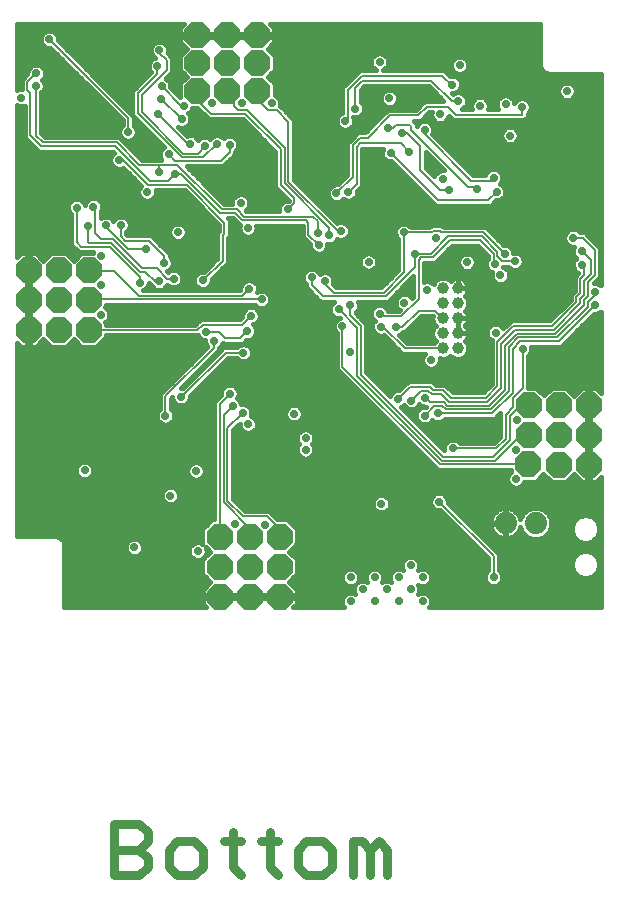
<source format=gbl>
G75*
%MOIN*%
%OFA0B0*%
%FSLAX24Y24*%
%IPPOS*%
%LPD*%
%AMOC8*
5,1,8,0,0,1.08239X$1,22.5*
%
%ADD10C,0.0300*%
%ADD11C,0.0396*%
%ADD12C,0.0740*%
%ADD13OC8,0.0850*%
%ADD14C,0.0160*%
%ADD15C,0.0280*%
%ADD16C,0.0060*%
%ADD17C,0.0080*%
D10*
X021245Y008247D02*
X022095Y008247D01*
X022379Y008530D01*
X022379Y008814D01*
X022095Y009097D01*
X021245Y009097D01*
X022095Y009097D02*
X022379Y009381D01*
X022379Y009665D01*
X022095Y009948D01*
X021245Y009948D01*
X021245Y008247D01*
X023086Y008530D02*
X023086Y009097D01*
X023370Y009381D01*
X023937Y009381D01*
X024220Y009097D01*
X024220Y008530D01*
X023937Y008247D01*
X023370Y008247D01*
X023086Y008530D01*
X024928Y009381D02*
X025495Y009381D01*
X025211Y009665D02*
X025211Y008530D01*
X025495Y008247D01*
X026439Y008530D02*
X026723Y008247D01*
X026439Y008530D02*
X026439Y009665D01*
X026155Y009381D02*
X026723Y009381D01*
X027383Y009097D02*
X027383Y008530D01*
X027667Y008247D01*
X028234Y008247D01*
X028517Y008530D01*
X028517Y009097D01*
X028234Y009381D01*
X027667Y009381D01*
X027383Y009097D01*
X029225Y009381D02*
X029225Y008247D01*
X029792Y008247D02*
X029792Y009097D01*
X030075Y009381D01*
X030359Y009097D01*
X030359Y008247D01*
X029792Y009097D02*
X029508Y009381D01*
X029225Y009381D01*
D11*
X032220Y025807D03*
X032720Y025807D03*
X032720Y026307D03*
X032720Y026807D03*
X032720Y027307D03*
X032720Y027807D03*
X032220Y027807D03*
X032220Y027307D03*
X032220Y026807D03*
X032220Y026307D03*
D12*
X034305Y019972D03*
X035305Y019972D03*
D13*
X035070Y021932D03*
X036080Y021922D03*
X037080Y021922D03*
X037080Y022922D03*
X036080Y022922D03*
X035080Y022922D03*
X035080Y023922D03*
X036080Y023922D03*
X037080Y023922D03*
X026775Y019527D03*
X025775Y019527D03*
X024775Y019527D03*
X024775Y018527D03*
X025775Y018527D03*
X026775Y018527D03*
X026775Y017527D03*
X025775Y017527D03*
X024775Y017527D03*
X020405Y026417D03*
X020405Y027417D03*
X019405Y027417D03*
X018405Y027417D03*
X018405Y026417D03*
X019405Y026417D03*
X019405Y028417D03*
X018405Y028417D03*
X020405Y028417D03*
X024030Y034397D03*
X025030Y034397D03*
X025030Y035322D03*
X024030Y035322D03*
X024030Y036247D03*
X025030Y036247D03*
X026030Y036247D03*
X026030Y035322D03*
X026030Y034397D03*
D14*
X026432Y034807D02*
X029175Y034807D01*
X029017Y034649D02*
X026591Y034649D01*
X026605Y034635D02*
X026380Y034859D01*
X026605Y035083D01*
X026605Y035560D01*
X026373Y035791D01*
X026595Y036013D01*
X026595Y036197D01*
X026080Y036197D01*
X026080Y036297D01*
X026595Y036297D01*
X026595Y036481D01*
X026459Y036617D01*
X035470Y036617D01*
X035470Y035190D01*
X035513Y035085D01*
X035593Y035005D01*
X035698Y034962D01*
X037475Y034962D01*
X037475Y027902D01*
X037449Y027928D01*
X037342Y027972D01*
X037264Y027972D01*
X037359Y028067D01*
X037465Y028172D01*
X037465Y029156D01*
X037060Y029561D01*
X036954Y029667D01*
X036785Y029667D01*
X036719Y029733D01*
X036612Y029777D01*
X036497Y029777D01*
X036390Y029733D01*
X036309Y029651D01*
X036265Y029544D01*
X036265Y029429D01*
X036309Y029322D01*
X036390Y029241D01*
X036497Y029197D01*
X036599Y029197D01*
X036599Y029196D01*
X036555Y029089D01*
X036555Y028974D01*
X036599Y028867D01*
X036662Y028804D01*
X036599Y028741D01*
X036555Y028634D01*
X036555Y028519D01*
X036599Y028412D01*
X036680Y028331D01*
X036729Y028311D01*
X036605Y028186D01*
X036605Y027716D01*
X036480Y027591D01*
X036480Y027431D01*
X035785Y026737D01*
X034495Y026737D01*
X034390Y026631D01*
X034231Y026473D01*
X034225Y026486D01*
X034144Y026568D01*
X034037Y026612D01*
X033922Y026612D01*
X033815Y026568D01*
X033734Y026486D01*
X033690Y026379D01*
X033690Y026264D01*
X033734Y026157D01*
X033815Y026076D01*
X033840Y026066D01*
X033840Y024606D01*
X033570Y024337D01*
X032549Y024337D01*
X032289Y024597D01*
X031974Y024597D01*
X031864Y024707D01*
X031055Y024707D01*
X030950Y024601D01*
X030760Y024412D01*
X030667Y024412D01*
X030560Y024368D01*
X030479Y024286D01*
X030451Y024220D01*
X029670Y025001D01*
X029670Y026616D01*
X029310Y026976D01*
X029310Y027002D01*
X029375Y027067D01*
X029420Y027174D01*
X029420Y027289D01*
X029392Y027357D01*
X030379Y027357D01*
X030485Y027462D01*
X030485Y027462D01*
X031225Y028202D01*
X031225Y027521D01*
X031183Y027480D01*
X031180Y027486D01*
X031099Y027568D01*
X030992Y027612D01*
X030877Y027612D01*
X030770Y027568D01*
X030689Y027486D01*
X030645Y027379D01*
X030645Y027264D01*
X030689Y027157D01*
X030770Y027076D01*
X030777Y027073D01*
X030755Y027052D01*
X030381Y027052D01*
X030350Y027126D01*
X030269Y027208D01*
X030162Y027252D01*
X030047Y027252D01*
X029940Y027208D01*
X029859Y027126D01*
X029815Y027019D01*
X029815Y026904D01*
X029859Y026797D01*
X029939Y026717D01*
X029904Y026681D01*
X029860Y026574D01*
X029860Y026459D01*
X029904Y026352D01*
X029985Y026271D01*
X030092Y026227D01*
X030207Y026227D01*
X030252Y026245D01*
X030870Y025627D01*
X031624Y025627D01*
X031574Y025576D01*
X031530Y025469D01*
X031530Y025354D01*
X031574Y025247D01*
X031655Y025166D01*
X031762Y025122D01*
X031877Y025122D01*
X031984Y025166D01*
X032065Y025247D01*
X032110Y025354D01*
X032110Y025469D01*
X032106Y025477D01*
X032150Y025459D01*
X032289Y025459D01*
X032417Y025512D01*
X032470Y025564D01*
X032522Y025512D01*
X032650Y025459D01*
X032789Y025459D01*
X032917Y025512D01*
X033015Y025609D01*
X033068Y025737D01*
X033068Y025876D01*
X033015Y026004D01*
X032955Y026064D01*
X032982Y026091D01*
X033019Y026147D01*
X033045Y026208D01*
X033058Y026273D01*
X033058Y026307D01*
X033058Y026340D01*
X033045Y026405D01*
X033019Y026467D01*
X032982Y026522D01*
X032948Y026557D01*
X032982Y026591D01*
X033019Y026647D01*
X033045Y026708D01*
X033058Y026773D01*
X033058Y026807D01*
X033058Y026840D01*
X033045Y026905D01*
X033019Y026967D01*
X032982Y027022D01*
X032955Y027050D01*
X033015Y027109D01*
X033068Y027237D01*
X033068Y027376D01*
X033015Y027504D01*
X032955Y027564D01*
X032982Y027591D01*
X033019Y027647D01*
X033045Y027708D01*
X033058Y027773D01*
X033058Y027807D01*
X033058Y027840D01*
X033045Y027905D01*
X033019Y027967D01*
X032982Y028022D01*
X032935Y028069D01*
X032880Y028106D01*
X032818Y028132D01*
X032753Y028145D01*
X032720Y028145D01*
X032720Y027807D01*
X033058Y027807D01*
X032720Y027807D01*
X032720Y027807D01*
X032720Y027807D01*
X032720Y028145D01*
X032686Y028145D01*
X032621Y028132D01*
X032559Y028106D01*
X032504Y028069D01*
X032477Y028042D01*
X032417Y028102D01*
X032289Y028155D01*
X032150Y028155D01*
X032022Y028102D01*
X031924Y028004D01*
X031905Y027957D01*
X031864Y027998D01*
X031757Y028042D01*
X031642Y028042D01*
X031585Y028018D01*
X031585Y028652D01*
X031949Y028652D01*
X032524Y029227D01*
X033375Y029227D01*
X033730Y028872D01*
X033730Y028797D01*
X033704Y028771D01*
X033660Y028664D01*
X033660Y028549D01*
X033704Y028442D01*
X033785Y028361D01*
X033853Y028333D01*
X033840Y028299D01*
X033840Y028184D01*
X033884Y028077D01*
X033965Y027996D01*
X034072Y027952D01*
X034187Y027952D01*
X034294Y027996D01*
X034375Y028077D01*
X034420Y028184D01*
X034420Y028299D01*
X034375Y028406D01*
X034294Y028488D01*
X034226Y028516D01*
X034230Y028527D01*
X034384Y028527D01*
X034450Y028461D01*
X034557Y028417D01*
X034672Y028417D01*
X034779Y028461D01*
X034860Y028542D01*
X034905Y028649D01*
X034905Y028764D01*
X034860Y028871D01*
X034779Y028953D01*
X034672Y028997D01*
X034565Y028997D01*
X034565Y029014D01*
X034520Y029121D01*
X034439Y029203D01*
X034332Y029247D01*
X034239Y029247D01*
X033639Y029847D01*
X032244Y029847D01*
X032189Y029902D01*
X031825Y029902D01*
X031770Y029847D01*
X031145Y029847D01*
X031079Y029913D01*
X030972Y029957D01*
X030857Y029957D01*
X030750Y029913D01*
X030669Y029831D01*
X030625Y029724D01*
X030625Y029609D01*
X030669Y029502D01*
X030735Y029437D01*
X030735Y028406D01*
X030165Y027837D01*
X028649Y027837D01*
X028546Y027940D01*
X028565Y027984D01*
X028565Y028099D01*
X028520Y028206D01*
X028439Y028288D01*
X028332Y028332D01*
X028217Y028332D01*
X028110Y028288D01*
X028109Y028286D01*
X028090Y028331D01*
X028009Y028413D01*
X027902Y028457D01*
X027787Y028457D01*
X027680Y028413D01*
X027599Y028331D01*
X027555Y028224D01*
X027555Y028109D01*
X027599Y028002D01*
X027665Y027937D01*
X027665Y027832D01*
X028035Y027462D01*
X028140Y027357D01*
X028602Y027357D01*
X028580Y027348D01*
X028499Y027266D01*
X028455Y027159D01*
X028455Y027044D01*
X028499Y026937D01*
X028580Y026856D01*
X028687Y026812D01*
X028780Y026812D01*
X028782Y026809D01*
X028705Y026778D01*
X028624Y026696D01*
X028580Y026589D01*
X028580Y026474D01*
X028624Y026367D01*
X028690Y026302D01*
X028690Y025107D01*
X031940Y021857D01*
X032045Y021752D01*
X034495Y021752D01*
X034495Y021694D01*
X034490Y021693D01*
X034409Y021611D01*
X034365Y021504D01*
X034365Y021389D01*
X034409Y021282D01*
X034490Y021201D01*
X034597Y021157D01*
X034712Y021157D01*
X034819Y021201D01*
X034900Y021282D01*
X034931Y021357D01*
X035308Y021357D01*
X035570Y021618D01*
X035841Y021347D01*
X036318Y021347D01*
X036587Y021616D01*
X036845Y021357D01*
X037030Y021357D01*
X037030Y021872D01*
X037130Y021872D01*
X037130Y021357D01*
X037314Y021357D01*
X037475Y021518D01*
X037475Y017177D01*
X031755Y017177D01*
X031785Y017207D01*
X031830Y017314D01*
X031830Y017429D01*
X031785Y017536D01*
X031704Y017618D01*
X031597Y017662D01*
X031482Y017662D01*
X031393Y017625D01*
X031430Y017714D01*
X031430Y017829D01*
X031393Y017919D01*
X031482Y017882D01*
X031597Y017882D01*
X031704Y017926D01*
X031785Y018007D01*
X031830Y018114D01*
X031830Y018229D01*
X031785Y018336D01*
X031704Y018418D01*
X031597Y018462D01*
X031482Y018462D01*
X031393Y018425D01*
X031430Y018514D01*
X031430Y018629D01*
X031385Y018736D01*
X031304Y018818D01*
X031197Y018862D01*
X031082Y018862D01*
X030975Y018818D01*
X030894Y018736D01*
X030850Y018629D01*
X030850Y018514D01*
X030887Y018425D01*
X030797Y018462D01*
X030682Y018462D01*
X030575Y018418D01*
X030494Y018336D01*
X030450Y018229D01*
X030450Y018114D01*
X030487Y018025D01*
X030397Y018062D01*
X030282Y018062D01*
X030193Y018025D01*
X030230Y018114D01*
X030230Y018229D01*
X030185Y018336D01*
X030104Y018418D01*
X029997Y018462D01*
X029882Y018462D01*
X029775Y018418D01*
X029694Y018336D01*
X029650Y018229D01*
X029650Y018114D01*
X029687Y018025D01*
X029597Y018062D01*
X029482Y018062D01*
X029393Y018025D01*
X029430Y018114D01*
X029430Y018229D01*
X029385Y018336D01*
X029304Y018418D01*
X029197Y018462D01*
X029082Y018462D01*
X028975Y018418D01*
X028894Y018336D01*
X028850Y018229D01*
X028850Y018114D01*
X028894Y018007D01*
X028975Y017926D01*
X029082Y017882D01*
X029197Y017882D01*
X029287Y017919D01*
X029250Y017829D01*
X029250Y017714D01*
X029287Y017625D01*
X029197Y017662D01*
X029082Y017662D01*
X028975Y017618D01*
X028894Y017536D01*
X028850Y017429D01*
X028850Y017314D01*
X028894Y017207D01*
X028924Y017177D01*
X027224Y017177D01*
X027340Y017293D01*
X027340Y017477D01*
X026825Y017477D01*
X026825Y017577D01*
X027340Y017577D01*
X027340Y017761D01*
X027081Y018020D01*
X027350Y018288D01*
X027350Y018765D01*
X027088Y019027D01*
X027350Y019288D01*
X027350Y019765D01*
X027013Y020102D01*
X026699Y020102D01*
X026520Y020281D01*
X026414Y020387D01*
X025624Y020387D01*
X025215Y020796D01*
X025215Y023067D01*
X025440Y023292D01*
X025440Y023224D01*
X025484Y023117D01*
X025565Y023036D01*
X025672Y022992D01*
X025787Y022992D01*
X025894Y023036D01*
X025975Y023117D01*
X026020Y023224D01*
X026020Y023339D01*
X025975Y023446D01*
X025894Y023528D01*
X025820Y023558D01*
X025835Y023594D01*
X025835Y023709D01*
X025790Y023816D01*
X025709Y023898D01*
X025602Y023942D01*
X025504Y023942D01*
X025460Y024046D01*
X025379Y024128D01*
X025361Y024135D01*
X025405Y024239D01*
X025405Y024354D01*
X025360Y024461D01*
X025279Y024543D01*
X025172Y024587D01*
X025057Y024587D01*
X024950Y024543D01*
X024869Y024461D01*
X024825Y024354D01*
X024825Y024261D01*
X024595Y024031D01*
X024595Y020102D01*
X024536Y020102D01*
X024200Y019765D01*
X024200Y019293D01*
X024107Y019332D01*
X023992Y019332D01*
X023885Y019288D01*
X023804Y019206D01*
X023760Y019099D01*
X023760Y018984D01*
X023804Y018877D01*
X023885Y018796D01*
X023992Y018752D01*
X024107Y018752D01*
X024214Y018796D01*
X024295Y018877D01*
X024340Y018984D01*
X024340Y019099D01*
X024305Y019183D01*
X024461Y019027D01*
X024200Y018765D01*
X024200Y018288D01*
X024468Y018020D01*
X024210Y017761D01*
X024210Y017577D01*
X024725Y017577D01*
X024725Y017477D01*
X024210Y017477D01*
X024210Y017293D01*
X024325Y017177D01*
X019590Y017177D01*
X019590Y019303D01*
X019546Y019408D01*
X019466Y019488D01*
X019361Y019532D01*
X018035Y019532D01*
X018035Y025988D01*
X018170Y025852D01*
X018355Y025852D01*
X018355Y026367D01*
X018455Y026367D01*
X018455Y025852D01*
X018639Y025852D01*
X018897Y026111D01*
X019166Y025842D01*
X019643Y025842D01*
X019905Y026103D01*
X020166Y025842D01*
X020643Y025842D01*
X020980Y026178D01*
X020980Y026237D01*
X024050Y026237D01*
X024069Y026192D01*
X024150Y026111D01*
X024257Y026067D01*
X024300Y026067D01*
X024300Y025989D01*
X024344Y025882D01*
X024370Y025856D01*
X022790Y024276D01*
X022790Y023777D01*
X022724Y023711D01*
X022680Y023604D01*
X022680Y023489D01*
X022724Y023382D01*
X022805Y023301D01*
X022912Y023257D01*
X023027Y023257D01*
X023134Y023301D01*
X023215Y023382D01*
X023260Y023489D01*
X023260Y023604D01*
X023215Y023711D01*
X023150Y023777D01*
X023150Y024127D01*
X023195Y024172D01*
X023195Y024134D01*
X023239Y024027D01*
X023320Y023946D01*
X023427Y023902D01*
X023542Y023902D01*
X023649Y023946D01*
X023730Y024027D01*
X023775Y024134D01*
X023775Y024202D01*
X025049Y025477D01*
X025339Y025477D01*
X025405Y025411D01*
X025512Y025367D01*
X025627Y025367D01*
X025734Y025411D01*
X025815Y025492D01*
X025860Y025599D01*
X025860Y025714D01*
X025815Y025821D01*
X025734Y025903D01*
X025627Y025947D01*
X025512Y025947D01*
X025405Y025903D01*
X025339Y025837D01*
X024900Y025837D01*
X024795Y025731D01*
X023544Y024481D01*
X023542Y024482D01*
X023504Y024482D01*
X024664Y025642D01*
X024770Y025747D01*
X024770Y025817D01*
X024835Y025882D01*
X024875Y025977D01*
X024895Y025957D01*
X025539Y025957D01*
X025645Y026062D01*
X025664Y026082D01*
X025757Y026082D01*
X025864Y026126D01*
X025945Y026207D01*
X025990Y026314D01*
X025990Y026429D01*
X025945Y026536D01*
X025879Y026602D01*
X025984Y026646D01*
X026065Y026727D01*
X026110Y026834D01*
X026110Y026949D01*
X026065Y027056D01*
X025984Y027138D01*
X025877Y027182D01*
X025762Y027182D01*
X025655Y027138D01*
X025574Y027056D01*
X025530Y026949D01*
X025530Y026856D01*
X025450Y026777D01*
X024140Y026777D01*
X024035Y026671D01*
X023960Y026597D01*
X020980Y026597D01*
X020980Y026655D01*
X020967Y026668D01*
X020974Y026671D01*
X021055Y026752D01*
X021100Y026859D01*
X021100Y026974D01*
X021055Y027081D01*
X020974Y027163D01*
X020967Y027166D01*
X020980Y027178D01*
X020980Y027252D01*
X025949Y027252D01*
X026015Y027186D01*
X026122Y027142D01*
X026237Y027142D01*
X026344Y027186D01*
X026425Y027267D01*
X026470Y027374D01*
X026470Y027489D01*
X026425Y027596D01*
X026344Y027678D01*
X026237Y027722D01*
X026122Y027722D01*
X026036Y027686D01*
X026050Y027719D01*
X026050Y027834D01*
X026005Y027941D01*
X025924Y028023D01*
X025817Y028067D01*
X025702Y028067D01*
X025595Y028023D01*
X025514Y027941D01*
X025470Y027834D01*
X025470Y027741D01*
X025460Y027732D01*
X022233Y027732D01*
X022279Y027751D01*
X022360Y027832D01*
X022405Y027939D01*
X022405Y027977D01*
X022425Y027957D01*
X022513Y027868D01*
X022514Y027867D01*
X022595Y027786D01*
X022702Y027742D01*
X022817Y027742D01*
X022924Y027786D01*
X023005Y027867D01*
X023030Y027926D01*
X023080Y027876D01*
X023187Y027832D01*
X023302Y027832D01*
X023409Y027876D01*
X023490Y027957D01*
X023535Y028064D01*
X023535Y028179D01*
X023490Y028286D01*
X023409Y028368D01*
X023302Y028412D01*
X023187Y028412D01*
X023080Y028368D01*
X023059Y028347D01*
X023019Y028387D01*
X023089Y028416D01*
X023170Y028497D01*
X023215Y028604D01*
X023215Y028719D01*
X023170Y028826D01*
X023105Y028892D01*
X023105Y028956D01*
X022590Y029471D01*
X022484Y029577D01*
X021704Y029577D01*
X023110Y029577D01*
X023095Y029614D02*
X023139Y029507D01*
X023220Y029426D01*
X023327Y029382D01*
X023442Y029382D01*
X023549Y029426D01*
X023630Y029507D01*
X023675Y029614D01*
X023675Y029729D01*
X023630Y029836D01*
X023549Y029918D01*
X023442Y029962D01*
X023327Y029962D01*
X023220Y029918D01*
X023139Y029836D01*
X023095Y029729D01*
X023095Y029614D01*
X023097Y029735D02*
X021723Y029735D01*
X021730Y029742D02*
X021775Y029849D01*
X021775Y029964D01*
X021730Y030071D01*
X021649Y030153D01*
X021542Y030197D01*
X021427Y030197D01*
X021320Y030153D01*
X021239Y030071D01*
X021236Y030064D01*
X021235Y030066D01*
X021154Y030148D01*
X021047Y030192D01*
X020932Y030192D01*
X020825Y030148D01*
X020810Y030132D01*
X020810Y030352D01*
X020815Y030357D01*
X020860Y030464D01*
X020860Y030579D01*
X020815Y030686D01*
X023985Y030686D01*
X023827Y030845D02*
X022603Y030845D01*
X022605Y030847D02*
X022650Y030954D01*
X022650Y031067D01*
X023605Y031067D01*
X024750Y029922D01*
X024750Y029701D01*
X024695Y029646D01*
X024695Y028801D01*
X024250Y028357D01*
X024157Y028357D01*
X024050Y028313D01*
X023969Y028231D01*
X023925Y028124D01*
X023925Y028009D01*
X023969Y027902D01*
X024050Y027821D01*
X024157Y027777D01*
X024272Y027777D01*
X024379Y027821D01*
X024460Y027902D01*
X024505Y028009D01*
X024505Y028102D01*
X024949Y028547D01*
X025055Y028652D01*
X025055Y029497D01*
X025110Y029552D01*
X025110Y030071D01*
X025044Y030137D01*
X025210Y030137D01*
X025442Y029905D01*
X025430Y029874D01*
X025430Y029759D01*
X025474Y029652D01*
X025555Y029571D01*
X025662Y029527D01*
X025777Y029527D01*
X025884Y029571D01*
X025965Y029652D01*
X026010Y029759D01*
X026010Y029874D01*
X026002Y029892D01*
X027550Y029892D01*
X027550Y029522D01*
X027790Y029282D01*
X027790Y029189D01*
X027834Y029082D01*
X027915Y029001D01*
X028022Y028957D01*
X028137Y028957D01*
X028244Y029001D01*
X028325Y029082D01*
X028370Y029189D01*
X028370Y029290D01*
X028377Y029287D01*
X028492Y029287D01*
X028599Y029331D01*
X028680Y029412D01*
X028697Y029453D01*
X028772Y029422D01*
X028887Y029422D01*
X028994Y029466D01*
X029075Y029547D01*
X029120Y029654D01*
X029120Y029769D01*
X029075Y029876D01*
X028994Y029958D01*
X028887Y030002D01*
X028772Y030002D01*
X028699Y029972D01*
X027250Y031421D01*
X027250Y033431D01*
X026875Y033806D01*
X026875Y033806D01*
X026786Y033894D01*
X026795Y033914D01*
X026795Y034029D01*
X026750Y034136D01*
X026669Y034218D01*
X026605Y034244D01*
X026605Y034635D01*
X026605Y034490D02*
X028870Y034490D01*
X028870Y034501D02*
X028870Y033661D01*
X028800Y033633D01*
X028719Y033551D01*
X028675Y033444D01*
X028675Y033329D01*
X028719Y033222D01*
X027250Y033222D01*
X027250Y033064D02*
X029678Y033064D01*
X029616Y033002D02*
X029380Y033002D01*
X029140Y032762D01*
X029035Y032656D01*
X029035Y031596D01*
X028705Y031267D01*
X028612Y031267D01*
X028505Y031223D01*
X028424Y031141D01*
X028380Y031034D01*
X028380Y030919D01*
X028424Y030812D01*
X028505Y030731D01*
X028612Y030687D01*
X028727Y030687D01*
X028834Y030731D01*
X028890Y030787D01*
X028905Y030771D01*
X029012Y030727D01*
X029127Y030727D01*
X029234Y030771D01*
X029315Y030852D01*
X029360Y030959D01*
X029360Y031047D01*
X029419Y031107D01*
X029525Y031212D01*
X029525Y032452D01*
X029529Y032457D01*
X030222Y032457D01*
X030190Y032379D01*
X030190Y032264D01*
X030234Y032157D01*
X030315Y032076D01*
X030422Y032032D01*
X030501Y032032D01*
X031865Y030668D01*
X031976Y030557D01*
X033808Y030557D01*
X033983Y030732D01*
X034062Y030732D01*
X034169Y030776D01*
X034250Y030857D01*
X034295Y030964D01*
X034295Y031079D01*
X034250Y031186D01*
X034169Y031268D01*
X034110Y031292D01*
X034150Y031332D01*
X034195Y031439D01*
X034195Y031554D01*
X034150Y031661D01*
X034069Y031743D01*
X033962Y031787D01*
X033847Y031787D01*
X033740Y031743D01*
X033659Y031661D01*
X033628Y031587D01*
X033233Y031587D01*
X031861Y032959D01*
X031895Y033039D01*
X031895Y033154D01*
X031850Y033261D01*
X031769Y033343D01*
X031662Y033387D01*
X031547Y033387D01*
X031440Y033343D01*
X031359Y033261D01*
X031345Y033227D01*
X031345Y033275D01*
X031238Y033382D01*
X031478Y033382D01*
X031763Y033667D01*
X031838Y033667D01*
X031835Y033659D01*
X031835Y033544D01*
X031879Y033437D01*
X031960Y033356D01*
X032067Y033312D01*
X032182Y033312D01*
X032289Y033356D01*
X032370Y033437D01*
X032415Y033544D01*
X032415Y033553D01*
X032561Y033407D01*
X034933Y033407D01*
X035045Y033518D01*
X035045Y033627D01*
X035100Y033682D01*
X035145Y033789D01*
X035145Y033904D01*
X035100Y034011D01*
X035019Y034093D01*
X034912Y034137D01*
X034797Y034137D01*
X034690Y034093D01*
X034609Y034011D01*
X034595Y033977D01*
X034595Y034004D01*
X034550Y034111D01*
X034469Y034193D01*
X034362Y034237D01*
X034247Y034237D01*
X034140Y034193D01*
X034059Y034111D01*
X034015Y034004D01*
X034015Y033889D01*
X034057Y033787D01*
X033723Y033787D01*
X033745Y033839D01*
X033745Y033954D01*
X033700Y034061D01*
X033619Y034143D01*
X033512Y034187D01*
X033397Y034187D01*
X033290Y034143D01*
X033209Y034061D01*
X033165Y033954D01*
X033165Y033839D01*
X033186Y033787D01*
X032860Y033787D01*
X032894Y033801D01*
X032975Y033882D01*
X033020Y033989D01*
X033020Y034104D01*
X032975Y034211D01*
X032894Y034293D01*
X032787Y034337D01*
X032672Y034337D01*
X032565Y034293D01*
X032546Y034274D01*
X032513Y034307D01*
X032587Y034307D01*
X032694Y034351D01*
X032775Y034432D01*
X032820Y034539D01*
X032820Y034654D01*
X032775Y034761D01*
X032694Y034843D01*
X032587Y034887D01*
X032472Y034887D01*
X032462Y034883D01*
X032370Y034975D01*
X032258Y035087D01*
X030235Y035087D01*
X030269Y035101D01*
X030350Y035182D01*
X030395Y035289D01*
X030395Y035404D01*
X030350Y035511D01*
X030269Y035593D01*
X030162Y035637D01*
X030047Y035637D01*
X029940Y035593D01*
X029859Y035511D01*
X029815Y035404D01*
X029815Y035289D01*
X029859Y035182D01*
X029940Y035101D01*
X029974Y035087D01*
X029631Y035087D01*
X029621Y035077D01*
X029445Y035077D01*
X028975Y034607D01*
X028870Y034501D01*
X028870Y034332D02*
X026605Y034332D01*
X026713Y034173D02*
X028870Y034173D01*
X028870Y034015D02*
X026795Y034015D01*
X026825Y033856D02*
X028870Y033856D01*
X028870Y033698D02*
X026983Y033698D01*
X027142Y033539D02*
X028714Y033539D01*
X028675Y033381D02*
X027250Y033381D01*
X027250Y032905D02*
X029283Y032905D01*
X029125Y032747D02*
X027250Y032747D01*
X027250Y032588D02*
X029035Y032588D01*
X029035Y032430D02*
X027250Y032430D01*
X027250Y032271D02*
X029035Y032271D01*
X029035Y032113D02*
X027250Y032113D01*
X027250Y031954D02*
X029035Y031954D01*
X029035Y031796D02*
X027250Y031796D01*
X027250Y031637D02*
X029035Y031637D01*
X028917Y031479D02*
X027250Y031479D01*
X027351Y031320D02*
X028758Y031320D01*
X028444Y031162D02*
X027509Y031162D01*
X027668Y031003D02*
X028380Y031003D01*
X028410Y030845D02*
X027826Y030845D01*
X027985Y030686D02*
X031846Y030686D01*
X031688Y030845D02*
X029308Y030845D01*
X029360Y031003D02*
X031529Y031003D01*
X031371Y031162D02*
X029474Y031162D01*
X029525Y031320D02*
X031212Y031320D01*
X031054Y031479D02*
X029525Y031479D01*
X029525Y031637D02*
X030895Y031637D01*
X030737Y031796D02*
X029525Y031796D01*
X029525Y031954D02*
X030578Y031954D01*
X030278Y032113D02*
X029525Y032113D01*
X029525Y032271D02*
X030190Y032271D01*
X030210Y032430D02*
X029525Y032430D01*
X029616Y033002D02*
X030265Y033650D01*
X030376Y033762D01*
X031321Y033762D01*
X031495Y033935D01*
X031606Y034047D01*
X032236Y034047D01*
X031751Y034532D01*
X029626Y034532D01*
X029616Y034542D01*
X029599Y034542D01*
X029480Y034422D01*
X029480Y034022D01*
X029545Y033956D01*
X029590Y033849D01*
X029590Y033734D01*
X029545Y033627D01*
X029464Y033546D01*
X029357Y033502D01*
X029242Y033502D01*
X029230Y033507D01*
X029230Y033505D01*
X029255Y033444D01*
X029255Y033329D01*
X029210Y033222D01*
X029836Y033222D01*
X029995Y033381D02*
X029255Y033381D01*
X029210Y033222D02*
X029129Y033141D01*
X029022Y033097D01*
X028907Y033097D01*
X028800Y033141D01*
X028719Y033222D01*
X029448Y033539D02*
X030153Y033539D01*
X030312Y033698D02*
X029574Y033698D01*
X029587Y033856D02*
X030349Y033856D01*
X030372Y033847D02*
X030487Y033847D01*
X030594Y033891D01*
X030675Y033972D01*
X030720Y034079D01*
X030720Y034194D01*
X030675Y034301D01*
X030594Y034383D01*
X030487Y034427D01*
X030372Y034427D01*
X030265Y034383D01*
X030184Y034301D01*
X030140Y034194D01*
X030140Y034079D01*
X030184Y033972D01*
X030265Y033891D01*
X030372Y033847D01*
X030510Y033856D02*
X031415Y033856D01*
X031574Y034015D02*
X030693Y034015D01*
X030720Y034173D02*
X032109Y034173D01*
X031951Y034332D02*
X030645Y034332D01*
X030214Y034332D02*
X029480Y034332D01*
X029480Y034173D02*
X030140Y034173D01*
X030166Y034015D02*
X029487Y034015D01*
X029548Y034490D02*
X031792Y034490D01*
X032379Y034966D02*
X032671Y034966D01*
X032717Y034947D02*
X032832Y034947D01*
X032939Y034991D01*
X033020Y035072D01*
X033065Y035179D01*
X033065Y035294D01*
X033020Y035401D01*
X032939Y035483D01*
X032832Y035527D01*
X032717Y035527D01*
X032610Y035483D01*
X032529Y035401D01*
X032485Y035294D01*
X032485Y035179D01*
X032529Y035072D01*
X032610Y034991D01*
X032717Y034947D01*
X032729Y034807D02*
X037475Y034807D01*
X037475Y034649D02*
X036444Y034649D01*
X036412Y034662D02*
X036297Y034662D01*
X036190Y034618D01*
X036109Y034536D01*
X036065Y034429D01*
X036065Y034314D01*
X036109Y034207D01*
X036190Y034126D01*
X036297Y034082D01*
X036412Y034082D01*
X036519Y034126D01*
X036600Y034207D01*
X036645Y034314D01*
X036645Y034429D01*
X036600Y034536D01*
X036519Y034618D01*
X036412Y034662D01*
X036266Y034649D02*
X032820Y034649D01*
X032799Y034490D02*
X036090Y034490D01*
X036065Y034332D02*
X032799Y034332D01*
X032660Y034332D02*
X032648Y034332D01*
X032991Y034173D02*
X033364Y034173D01*
X033545Y034173D02*
X034121Y034173D01*
X034019Y034015D02*
X033720Y034015D01*
X033745Y033856D02*
X034028Y033856D01*
X034488Y034173D02*
X036143Y034173D01*
X036566Y034173D02*
X037475Y034173D01*
X037475Y034015D02*
X035097Y034015D01*
X035145Y033856D02*
X037475Y033856D01*
X037475Y033698D02*
X035107Y033698D01*
X035045Y033539D02*
X037475Y033539D01*
X037475Y033381D02*
X032314Y033381D01*
X032413Y033539D02*
X032428Y033539D01*
X031935Y033381D02*
X031677Y033381D01*
X031532Y033381D02*
X031239Y033381D01*
X031636Y033539D02*
X031836Y033539D01*
X031866Y033222D02*
X037475Y033222D01*
X037475Y033064D02*
X034698Y033064D01*
X034700Y033061D02*
X034619Y033143D01*
X034512Y033187D01*
X034397Y033187D01*
X034290Y033143D01*
X034209Y033061D01*
X034165Y032954D01*
X034165Y032839D01*
X034209Y032732D01*
X034290Y032651D01*
X034397Y032607D01*
X034512Y032607D01*
X034619Y032651D01*
X034700Y032732D01*
X034745Y032839D01*
X034745Y032954D01*
X034700Y033061D01*
X034745Y032905D02*
X037475Y032905D01*
X037475Y032747D02*
X034706Y032747D01*
X034203Y032747D02*
X032073Y032747D01*
X031915Y032905D02*
X034165Y032905D01*
X034211Y033064D02*
X031895Y033064D01*
X032232Y032588D02*
X037475Y032588D01*
X037475Y032430D02*
X032390Y032430D01*
X032549Y032271D02*
X037475Y032271D01*
X037475Y032113D02*
X032707Y032113D01*
X032866Y031954D02*
X037475Y031954D01*
X037475Y031796D02*
X033024Y031796D01*
X033183Y031637D02*
X033649Y031637D01*
X034160Y031637D02*
X037475Y031637D01*
X037475Y031479D02*
X034195Y031479D01*
X034138Y031320D02*
X037475Y031320D01*
X037475Y031162D02*
X034260Y031162D01*
X034295Y031003D02*
X037475Y031003D01*
X037475Y030845D02*
X034238Y030845D01*
X033938Y030686D02*
X037475Y030686D01*
X037475Y030528D02*
X028143Y030528D01*
X028302Y030369D02*
X037475Y030369D01*
X037475Y030211D02*
X028460Y030211D01*
X028619Y030052D02*
X037475Y030052D01*
X037475Y029894D02*
X032197Y029894D01*
X031817Y029894D02*
X031098Y029894D01*
X030731Y029894D02*
X029058Y029894D01*
X029120Y029735D02*
X030629Y029735D01*
X030638Y029577D02*
X029087Y029577D01*
X028683Y029418D02*
X030735Y029418D01*
X030735Y029260D02*
X028370Y029260D01*
X028333Y029101D02*
X030735Y029101D01*
X030735Y028943D02*
X029867Y028943D01*
X029904Y028928D02*
X029797Y028972D01*
X029682Y028972D01*
X029575Y028928D01*
X029494Y028846D01*
X029450Y028739D01*
X029450Y028624D01*
X029494Y028517D01*
X029575Y028436D01*
X029682Y028392D01*
X029797Y028392D01*
X029904Y028436D01*
X029985Y028517D01*
X030030Y028624D01*
X030030Y028739D01*
X029985Y028846D01*
X029904Y028928D01*
X030011Y028784D02*
X030735Y028784D01*
X030735Y028626D02*
X030030Y028626D01*
X029935Y028467D02*
X030735Y028467D01*
X030637Y028309D02*
X028388Y028309D01*
X028543Y028150D02*
X030478Y028150D01*
X030320Y027992D02*
X028565Y027992D01*
X028161Y028309D02*
X028100Y028309D01*
X027589Y028309D02*
X024711Y028309D01*
X024870Y028467D02*
X029544Y028467D01*
X029450Y028626D02*
X025028Y028626D01*
X025055Y028784D02*
X029468Y028784D01*
X029612Y028943D02*
X025055Y028943D01*
X025055Y029101D02*
X027826Y029101D01*
X027790Y029260D02*
X025055Y029260D01*
X025055Y029418D02*
X027653Y029418D01*
X027550Y029577D02*
X025890Y029577D01*
X026000Y029735D02*
X027550Y029735D01*
X026755Y030377D02*
X025664Y030377D01*
X025638Y030403D01*
X025644Y030406D01*
X025725Y030487D01*
X025770Y030594D01*
X025770Y030709D01*
X025725Y030816D01*
X025644Y030898D01*
X025537Y030942D01*
X025422Y030942D01*
X025315Y030898D01*
X025234Y030816D01*
X025190Y030709D01*
X025190Y030622D01*
X024919Y030622D01*
X023674Y031867D01*
X024735Y031867D01*
X024884Y031867D01*
X025179Y032162D01*
X025285Y032267D01*
X025285Y032362D01*
X025355Y032432D01*
X025400Y032539D01*
X025400Y032654D01*
X025355Y032761D01*
X025274Y032843D01*
X025167Y032887D01*
X025052Y032887D01*
X024945Y032843D01*
X024907Y032804D01*
X024849Y032863D01*
X024742Y032907D01*
X024627Y032907D01*
X024520Y032863D01*
X024452Y032794D01*
X024444Y032803D01*
X024337Y032847D01*
X024222Y032847D01*
X024115Y032803D01*
X024054Y032741D01*
X024035Y032786D01*
X023954Y032868D01*
X023847Y032912D01*
X023732Y032912D01*
X023687Y032893D01*
X023396Y033185D01*
X023452Y033162D01*
X023567Y033162D01*
X023674Y033206D01*
X023755Y033287D01*
X023800Y033394D01*
X023800Y033509D01*
X023755Y033616D01*
X023729Y033642D01*
X023739Y033646D01*
X023820Y033727D01*
X023859Y033822D01*
X024020Y033822D01*
X024410Y033432D01*
X025555Y033432D01*
X026630Y032357D01*
X026630Y031177D01*
X026735Y031072D01*
X027080Y030727D01*
X027080Y030727D01*
X026987Y030727D01*
X026880Y030683D01*
X026799Y030601D01*
X026755Y030494D01*
X026755Y030379D01*
X026755Y030377D01*
X026768Y030528D02*
X025742Y030528D01*
X025770Y030686D02*
X026889Y030686D01*
X026962Y030845D02*
X025697Y030845D01*
X025262Y030845D02*
X024696Y030845D01*
X024538Y031003D02*
X026803Y031003D01*
X026645Y031162D02*
X024379Y031162D01*
X024221Y031320D02*
X026630Y031320D01*
X026630Y031479D02*
X024062Y031479D01*
X023904Y031637D02*
X026630Y031637D01*
X026630Y031796D02*
X023745Y031796D01*
X022834Y032097D02*
X022174Y032097D01*
X021424Y032847D01*
X018959Y032847D01*
X018835Y032971D01*
X018835Y034332D01*
X020620Y034332D01*
X020461Y034490D02*
X018939Y034490D01*
X018945Y034504D02*
X018945Y034619D01*
X018900Y034726D01*
X018865Y034762D01*
X018905Y034802D01*
X018950Y034909D01*
X018950Y035024D01*
X018905Y035131D01*
X018824Y035213D01*
X018717Y035257D01*
X018602Y035257D01*
X018495Y035213D01*
X018414Y035131D01*
X018370Y035024D01*
X018370Y034936D01*
X018185Y034751D01*
X018185Y034452D01*
X018112Y034452D01*
X018035Y034420D01*
X018035Y036617D01*
X023600Y036617D01*
X023465Y036481D01*
X023465Y036297D01*
X023980Y036297D01*
X023980Y036197D01*
X023465Y036197D01*
X023465Y036013D01*
X023686Y035791D01*
X023455Y035560D01*
X023455Y035083D01*
X023679Y034859D01*
X023455Y034635D01*
X023455Y034191D01*
X023130Y034516D01*
X023130Y034609D01*
X023085Y034716D01*
X023004Y034798D01*
X022983Y034806D01*
X023185Y035007D01*
X023185Y035496D01*
X023039Y035642D01*
X023055Y035679D01*
X023055Y035794D01*
X023010Y035901D01*
X022929Y035983D01*
X022822Y036027D01*
X022707Y036027D01*
X022600Y035983D01*
X022519Y035901D01*
X022475Y035794D01*
X022475Y035679D01*
X022519Y035572D01*
X022600Y035491D01*
X022620Y035483D01*
X022535Y035448D01*
X022454Y035366D01*
X022410Y035259D01*
X022410Y035144D01*
X022454Y035037D01*
X022487Y035004D01*
X021870Y034386D01*
X021870Y033591D01*
X019390Y036071D01*
X019390Y036164D01*
X019345Y036271D01*
X019264Y036353D01*
X019157Y036397D01*
X019042Y036397D01*
X018935Y036353D01*
X018854Y036271D01*
X018810Y036164D01*
X018810Y036049D01*
X018854Y035942D01*
X018935Y035861D01*
X019042Y035817D01*
X019135Y035817D01*
X021545Y033407D01*
X021545Y033247D01*
X021479Y033181D01*
X021435Y033074D01*
X021435Y032959D01*
X021479Y032852D01*
X021560Y032771D01*
X021667Y032727D01*
X021782Y032727D01*
X021889Y032771D01*
X021970Y032852D01*
X022015Y032959D01*
X022015Y033074D01*
X021970Y033181D01*
X021905Y033247D01*
X021905Y033522D01*
X021975Y033452D01*
X022913Y032514D01*
X022910Y032513D01*
X022829Y032431D01*
X022785Y032324D01*
X022785Y032209D01*
X022829Y032102D01*
X022834Y032097D01*
X022824Y032113D02*
X022158Y032113D01*
X022000Y032271D02*
X022785Y032271D01*
X022828Y032430D02*
X021841Y032430D01*
X021683Y032588D02*
X022838Y032588D01*
X022680Y032747D02*
X021831Y032747D01*
X021618Y032747D02*
X021524Y032747D01*
X021457Y032905D02*
X018901Y032905D01*
X018835Y033064D02*
X021435Y033064D01*
X021520Y033222D02*
X018835Y033222D01*
X018835Y033381D02*
X021545Y033381D01*
X021412Y033539D02*
X018835Y033539D01*
X018835Y033698D02*
X021254Y033698D01*
X021095Y033856D02*
X018835Y033856D01*
X018835Y034015D02*
X020937Y034015D01*
X020778Y034173D02*
X018835Y034173D01*
X018835Y034332D02*
X018900Y034397D01*
X018945Y034504D01*
X018932Y034649D02*
X020303Y034649D01*
X020144Y034807D02*
X018907Y034807D01*
X018950Y034966D02*
X019986Y034966D01*
X019827Y035124D02*
X018908Y035124D01*
X018411Y035124D02*
X018035Y035124D01*
X018035Y034966D02*
X018370Y034966D01*
X018240Y034807D02*
X018035Y034807D01*
X018035Y034649D02*
X018185Y034649D01*
X018185Y034490D02*
X018035Y034490D01*
X018035Y033904D02*
X018112Y033872D01*
X018227Y033872D01*
X018290Y033897D01*
X018290Y032981D01*
X018285Y032976D01*
X018285Y032827D01*
X018390Y032722D01*
X018755Y032357D01*
X021220Y032357D01*
X021230Y032347D01*
X021252Y032324D01*
X021174Y032246D01*
X021130Y032139D01*
X021130Y032024D01*
X021174Y031917D01*
X021255Y031836D01*
X021362Y031792D01*
X021477Y031792D01*
X021564Y031828D01*
X022165Y031227D01*
X022114Y031176D01*
X022070Y031069D01*
X022070Y030954D01*
X022114Y030847D01*
X022195Y030766D01*
X022302Y030722D01*
X022417Y030722D01*
X022524Y030766D01*
X022605Y030847D01*
X022650Y031003D02*
X023668Y031003D01*
X024144Y030528D02*
X020860Y030528D01*
X020820Y030369D02*
X024302Y030369D01*
X024461Y030211D02*
X020810Y030211D01*
X020815Y030686D02*
X020734Y030768D01*
X020627Y030812D01*
X020512Y030812D01*
X020405Y030768D01*
X020324Y030686D01*
X020225Y030686D01*
X020250Y030661D02*
X020169Y030743D01*
X020062Y030787D01*
X019947Y030787D01*
X019840Y030743D01*
X019759Y030661D01*
X019715Y030554D01*
X019715Y030439D01*
X019759Y030332D01*
X019825Y030267D01*
X019825Y029257D01*
X019970Y029112D01*
X020075Y029007D01*
X020568Y029007D01*
X020562Y028992D01*
X020166Y028992D01*
X019905Y028730D01*
X019643Y028992D01*
X019166Y028992D01*
X018897Y028723D01*
X018639Y028982D01*
X018455Y028982D01*
X018455Y028467D01*
X018355Y028467D01*
X018355Y028982D01*
X018170Y028982D01*
X018035Y028846D01*
X018035Y033904D01*
X018035Y033856D02*
X018290Y033856D01*
X018290Y033698D02*
X018035Y033698D01*
X018035Y033539D02*
X018290Y033539D01*
X018290Y033381D02*
X018035Y033381D01*
X018035Y033222D02*
X018290Y033222D01*
X018290Y033064D02*
X018035Y033064D01*
X018035Y032905D02*
X018285Y032905D01*
X018365Y032747D02*
X018035Y032747D01*
X018035Y032588D02*
X018523Y032588D01*
X018682Y032430D02*
X018035Y032430D01*
X018035Y032271D02*
X021199Y032271D01*
X021130Y032113D02*
X018035Y032113D01*
X018035Y031954D02*
X021158Y031954D01*
X021352Y031796D02*
X018035Y031796D01*
X018035Y031637D02*
X021754Y031637D01*
X021596Y031796D02*
X021487Y031796D01*
X021913Y031479D02*
X018035Y031479D01*
X018035Y031320D02*
X022071Y031320D01*
X022108Y031162D02*
X018035Y031162D01*
X018035Y031003D02*
X022070Y031003D01*
X022116Y030845D02*
X018035Y030845D01*
X018035Y030686D02*
X019784Y030686D01*
X019715Y030528D02*
X018035Y030528D01*
X018035Y030369D02*
X019743Y030369D01*
X019825Y030211D02*
X018035Y030211D01*
X018035Y030052D02*
X019825Y030052D01*
X019825Y029894D02*
X018035Y029894D01*
X018035Y029735D02*
X019825Y029735D01*
X019825Y029577D02*
X018035Y029577D01*
X018035Y029418D02*
X019825Y029418D01*
X019825Y029260D02*
X018035Y029260D01*
X018035Y029101D02*
X019980Y029101D01*
X020117Y028943D02*
X019692Y028943D01*
X019850Y028784D02*
X019959Y028784D01*
X019117Y028943D02*
X018678Y028943D01*
X018455Y028943D02*
X018355Y028943D01*
X018355Y028784D02*
X018455Y028784D01*
X018455Y028626D02*
X018355Y028626D01*
X018355Y028467D02*
X018455Y028467D01*
X018455Y028367D02*
X018455Y027467D01*
X018355Y027467D01*
X018355Y027982D01*
X018355Y028367D01*
X018455Y028367D01*
X018455Y028309D02*
X018355Y028309D01*
X018355Y028150D02*
X018455Y028150D01*
X018455Y027992D02*
X018355Y027992D01*
X018355Y027833D02*
X018455Y027833D01*
X018455Y027675D02*
X018355Y027675D01*
X018355Y027516D02*
X018455Y027516D01*
X018455Y027367D02*
X018455Y026467D01*
X018355Y026467D01*
X018355Y026982D01*
X018355Y027367D01*
X018455Y027367D01*
X018455Y027358D02*
X018355Y027358D01*
X018355Y027199D02*
X018455Y027199D01*
X018455Y027041D02*
X018355Y027041D01*
X018355Y026882D02*
X018455Y026882D01*
X018455Y026724D02*
X018355Y026724D01*
X018355Y026565D02*
X018455Y026565D01*
X018455Y026248D02*
X018355Y026248D01*
X018355Y026090D02*
X018455Y026090D01*
X018455Y025931D02*
X018355Y025931D01*
X018091Y025931D02*
X018035Y025931D01*
X018035Y025773D02*
X024286Y025773D01*
X024323Y025931D02*
X020732Y025931D01*
X020891Y026090D02*
X024201Y026090D01*
X024127Y025614D02*
X018035Y025614D01*
X018035Y025456D02*
X023969Y025456D01*
X023810Y025297D02*
X018035Y025297D01*
X018035Y025139D02*
X023652Y025139D01*
X023493Y024980D02*
X018035Y024980D01*
X018035Y024822D02*
X023335Y024822D01*
X023176Y024663D02*
X018035Y024663D01*
X018035Y024505D02*
X023018Y024505D01*
X022859Y024346D02*
X018035Y024346D01*
X018035Y024188D02*
X022790Y024188D01*
X022790Y024029D02*
X018035Y024029D01*
X018035Y023871D02*
X022790Y023871D01*
X022725Y023712D02*
X018035Y023712D01*
X018035Y023554D02*
X022680Y023554D01*
X022718Y023395D02*
X018035Y023395D01*
X018035Y023237D02*
X024595Y023237D01*
X024595Y023395D02*
X023221Y023395D01*
X023260Y023554D02*
X024595Y023554D01*
X024595Y023712D02*
X023214Y023712D01*
X023150Y023871D02*
X024595Y023871D01*
X024595Y024029D02*
X023731Y024029D01*
X023775Y024188D02*
X024751Y024188D01*
X024825Y024346D02*
X023919Y024346D01*
X024077Y024505D02*
X024912Y024505D01*
X025317Y024505D02*
X029292Y024505D01*
X029133Y024663D02*
X024236Y024663D01*
X024394Y024822D02*
X028975Y024822D01*
X028816Y024980D02*
X024553Y024980D01*
X024711Y025139D02*
X028690Y025139D01*
X028690Y025297D02*
X024870Y025297D01*
X025028Y025456D02*
X025360Y025456D01*
X025779Y025456D02*
X028690Y025456D01*
X028690Y025614D02*
X025860Y025614D01*
X025835Y025773D02*
X028690Y025773D01*
X028690Y025931D02*
X025665Y025931D01*
X025474Y025931D02*
X024856Y025931D01*
X024836Y025773D02*
X024770Y025773D01*
X024677Y025614D02*
X024637Y025614D01*
X024519Y025456D02*
X024478Y025456D01*
X024360Y025297D02*
X024320Y025297D01*
X024202Y025139D02*
X024161Y025139D01*
X024043Y024980D02*
X024003Y024980D01*
X023885Y024822D02*
X023844Y024822D01*
X023726Y024663D02*
X023686Y024663D01*
X023568Y024505D02*
X023527Y024505D01*
X023238Y024029D02*
X023150Y024029D01*
X024595Y023078D02*
X018035Y023078D01*
X018035Y022920D02*
X024595Y022920D01*
X024595Y022761D02*
X018035Y022761D01*
X018035Y022603D02*
X024595Y022603D01*
X024595Y022444D02*
X018035Y022444D01*
X018035Y022286D02*
X024595Y022286D01*
X024595Y022127D02*
X018035Y022127D01*
X018035Y021969D02*
X020106Y021969D01*
X020115Y021978D02*
X020034Y021896D01*
X019990Y021789D01*
X019990Y021674D01*
X020034Y021567D01*
X020115Y021486D01*
X020222Y021442D01*
X020337Y021442D01*
X020444Y021486D01*
X020525Y021567D01*
X020570Y021674D01*
X020570Y021789D01*
X020525Y021896D01*
X020444Y021978D01*
X020337Y022022D01*
X020222Y022022D01*
X020115Y021978D01*
X019998Y021810D02*
X018035Y021810D01*
X018035Y021652D02*
X019999Y021652D01*
X020108Y021493D02*
X018035Y021493D01*
X018035Y021335D02*
X024595Y021335D01*
X024595Y021493D02*
X024176Y021493D01*
X024149Y021466D02*
X024230Y021547D01*
X024275Y021654D01*
X024275Y021769D01*
X024230Y021876D01*
X024149Y021958D01*
X024042Y022002D01*
X023927Y022002D01*
X023820Y021958D01*
X023739Y021876D01*
X023695Y021769D01*
X023695Y021654D01*
X023739Y021547D01*
X023820Y021466D01*
X023927Y021422D01*
X024042Y021422D01*
X024149Y021466D01*
X024274Y021652D02*
X024595Y021652D01*
X024595Y021810D02*
X024258Y021810D01*
X024122Y021969D02*
X024595Y021969D01*
X025215Y021969D02*
X031828Y021969D01*
X031669Y022127D02*
X027698Y022127D01*
X027697Y022127D02*
X027804Y022171D01*
X027885Y022252D01*
X027930Y022359D01*
X027930Y022474D01*
X027885Y022581D01*
X027850Y022617D01*
X027885Y022652D01*
X027930Y022759D01*
X027930Y022874D01*
X027885Y022981D01*
X027804Y023063D01*
X027697Y023107D01*
X027582Y023107D01*
X027475Y023063D01*
X027394Y022981D01*
X027350Y022874D01*
X027350Y022759D01*
X027394Y022652D01*
X027429Y022617D01*
X027394Y022581D01*
X027350Y022474D01*
X027350Y022359D01*
X027394Y022252D01*
X027475Y022171D01*
X027582Y022127D01*
X027697Y022127D01*
X027581Y022127D02*
X025215Y022127D01*
X025215Y022286D02*
X027380Y022286D01*
X027350Y022444D02*
X025215Y022444D01*
X025215Y022603D02*
X027415Y022603D01*
X027350Y022761D02*
X025215Y022761D01*
X025215Y022920D02*
X027368Y022920D01*
X027513Y023078D02*
X025936Y023078D01*
X026020Y023237D02*
X030560Y023237D01*
X030401Y023395D02*
X027438Y023395D01*
X027419Y023376D02*
X027500Y023457D01*
X027545Y023564D01*
X027545Y023679D01*
X027500Y023786D01*
X027419Y023868D01*
X027312Y023912D01*
X027197Y023912D01*
X027090Y023868D01*
X027009Y023786D01*
X026965Y023679D01*
X026965Y023564D01*
X027009Y023457D01*
X027090Y023376D01*
X027197Y023332D01*
X027312Y023332D01*
X027419Y023376D01*
X027540Y023554D02*
X030243Y023554D01*
X030084Y023712D02*
X027531Y023712D01*
X027411Y023871D02*
X029926Y023871D01*
X029767Y024029D02*
X025467Y024029D01*
X025383Y024188D02*
X029609Y024188D01*
X029450Y024346D02*
X025405Y024346D01*
X025736Y023871D02*
X027098Y023871D01*
X026978Y023712D02*
X025833Y023712D01*
X025831Y023554D02*
X026969Y023554D01*
X027071Y023395D02*
X025996Y023395D01*
X025523Y023078D02*
X025226Y023078D01*
X025384Y023237D02*
X025440Y023237D01*
X025215Y021810D02*
X031986Y021810D01*
X032261Y022409D02*
X030822Y023848D01*
X030889Y023876D01*
X030916Y023903D01*
X030919Y023897D01*
X031000Y023816D01*
X031107Y023772D01*
X031222Y023772D01*
X031329Y023816D01*
X031410Y023897D01*
X031430Y023946D01*
X031470Y023906D01*
X031577Y023862D01*
X031665Y023862D01*
X031650Y023847D01*
X031557Y023847D01*
X031450Y023803D01*
X031369Y023721D01*
X031325Y023614D01*
X031325Y023499D01*
X031369Y023392D01*
X031450Y023311D01*
X031557Y023267D01*
X031672Y023267D01*
X031779Y023311D01*
X031860Y023392D01*
X031866Y023405D01*
X031880Y023391D01*
X031987Y023347D01*
X032102Y023347D01*
X032209Y023391D01*
X032275Y023457D01*
X033939Y023457D01*
X034130Y023647D01*
X034130Y022861D01*
X033920Y022652D01*
X032780Y022652D01*
X032714Y022718D01*
X032607Y022762D01*
X032492Y022762D01*
X032385Y022718D01*
X032304Y022636D01*
X032260Y022529D01*
X032260Y022414D01*
X032261Y022409D01*
X032260Y022444D02*
X032227Y022444D01*
X032290Y022603D02*
X032068Y022603D01*
X031910Y022761D02*
X032491Y022761D01*
X032608Y022761D02*
X034029Y022761D01*
X034130Y022920D02*
X031751Y022920D01*
X031593Y023078D02*
X034130Y023078D01*
X034130Y023237D02*
X031434Y023237D01*
X031368Y023395D02*
X031276Y023395D01*
X031325Y023554D02*
X031117Y023554D01*
X030959Y023712D02*
X031365Y023712D01*
X031384Y023871D02*
X031555Y023871D01*
X031862Y023395D02*
X031876Y023395D01*
X032213Y023395D02*
X034130Y023395D01*
X034130Y023554D02*
X034036Y023554D01*
X033579Y024346D02*
X032540Y024346D01*
X032381Y024505D02*
X033738Y024505D01*
X033840Y024663D02*
X031908Y024663D01*
X031918Y025139D02*
X033840Y025139D01*
X033840Y025297D02*
X032086Y025297D01*
X032110Y025456D02*
X033840Y025456D01*
X033840Y025614D02*
X033017Y025614D01*
X033068Y025773D02*
X033840Y025773D01*
X033840Y025931D02*
X033045Y025931D01*
X032981Y026090D02*
X033801Y026090D01*
X033696Y026248D02*
X033053Y026248D01*
X033058Y026307D02*
X032720Y026307D01*
X033058Y026307D01*
X033044Y026407D02*
X033701Y026407D01*
X033813Y026565D02*
X032956Y026565D01*
X033048Y026724D02*
X034482Y026724D01*
X034323Y026565D02*
X034146Y026565D01*
X035166Y025857D02*
X036154Y025857D01*
X037259Y026962D01*
X037352Y026962D01*
X037459Y027006D01*
X037475Y027022D01*
X037475Y024326D01*
X037314Y024487D01*
X037130Y024487D01*
X037130Y023972D01*
X037030Y023972D01*
X037030Y024487D01*
X036845Y024487D01*
X036587Y024228D01*
X036318Y024497D01*
X035841Y024497D01*
X035580Y024235D01*
X035318Y024497D01*
X035060Y024497D01*
X035060Y025562D01*
X035125Y025627D01*
X035170Y025734D01*
X035170Y025849D01*
X035166Y025857D01*
X035170Y025773D02*
X037475Y025773D01*
X037475Y025931D02*
X036229Y025931D01*
X036387Y026090D02*
X037475Y026090D01*
X037475Y026248D02*
X036546Y026248D01*
X036704Y026407D02*
X037475Y026407D01*
X037475Y026565D02*
X036863Y026565D01*
X037021Y026724D02*
X037475Y026724D01*
X037475Y026882D02*
X037180Y026882D01*
X036406Y027358D02*
X033068Y027358D01*
X033052Y027199D02*
X036247Y027199D01*
X036089Y027041D02*
X032964Y027041D01*
X033049Y026882D02*
X035930Y026882D01*
X036480Y027516D02*
X033002Y027516D01*
X033031Y027675D02*
X036563Y027675D01*
X036605Y027833D02*
X033058Y027833D01*
X033003Y027992D02*
X033975Y027992D01*
X033854Y028150D02*
X032300Y028150D01*
X032139Y028150D02*
X031585Y028150D01*
X031585Y028309D02*
X033843Y028309D01*
X033693Y028467D02*
X033230Y028467D01*
X033270Y028507D02*
X033315Y028614D01*
X033315Y028729D01*
X033270Y028836D01*
X033189Y028918D01*
X033082Y028962D01*
X032967Y028962D01*
X032860Y028918D01*
X032779Y028836D01*
X032735Y028729D01*
X032735Y028614D01*
X032779Y028507D01*
X032860Y028426D01*
X032967Y028382D01*
X033082Y028382D01*
X033189Y028426D01*
X033270Y028507D01*
X033315Y028626D02*
X033660Y028626D01*
X033717Y028784D02*
X033292Y028784D01*
X033128Y028943D02*
X033659Y028943D01*
X033500Y029101D02*
X032399Y029101D01*
X032240Y028943D02*
X032921Y028943D01*
X032757Y028784D02*
X032082Y028784D01*
X031585Y028626D02*
X032735Y028626D01*
X032819Y028467D02*
X031585Y028467D01*
X031225Y028150D02*
X031173Y028150D01*
X031225Y027992D02*
X031014Y027992D01*
X030856Y027833D02*
X031225Y027833D01*
X031225Y027675D02*
X030697Y027675D01*
X030719Y027516D02*
X030539Y027516D01*
X030645Y027358D02*
X030380Y027358D01*
X030277Y027199D02*
X030671Y027199D01*
X031150Y027516D02*
X031219Y027516D01*
X031870Y027992D02*
X031919Y027992D01*
X032720Y027992D02*
X032720Y027992D01*
X032720Y027833D02*
X032720Y027833D01*
X032720Y026807D02*
X033058Y026807D01*
X032720Y026807D01*
X032720Y026807D01*
X032720Y026469D01*
X032720Y026307D01*
X032720Y026307D01*
X032720Y026307D01*
X032720Y026807D01*
X032720Y026807D01*
X032720Y026724D02*
X032720Y026724D01*
X032720Y026565D02*
X032720Y026565D01*
X032720Y026407D02*
X032720Y026407D01*
X031977Y026557D02*
X031924Y026609D01*
X031871Y026737D01*
X031871Y026876D01*
X031872Y026877D01*
X031489Y026877D01*
X031050Y026437D01*
X030944Y026332D01*
X030895Y026332D01*
X030819Y026256D01*
X030770Y026236D01*
X031019Y025987D01*
X031917Y025987D01*
X031924Y026004D01*
X031977Y026057D01*
X031924Y026109D01*
X031871Y026237D01*
X031871Y026376D01*
X031924Y026504D01*
X031977Y026557D01*
X031969Y026565D02*
X031178Y026565D01*
X031336Y026724D02*
X031877Y026724D01*
X031884Y026407D02*
X031019Y026407D01*
X030800Y026248D02*
X031871Y026248D01*
X031944Y026090D02*
X030916Y026090D01*
X030724Y025773D02*
X029670Y025773D01*
X029670Y025931D02*
X030565Y025931D01*
X030407Y026090D02*
X029670Y026090D01*
X029670Y026248D02*
X030040Y026248D01*
X029881Y026407D02*
X029670Y026407D01*
X029670Y026565D02*
X029860Y026565D01*
X029932Y026724D02*
X029562Y026724D01*
X029404Y026882D02*
X029824Y026882D01*
X029823Y027041D02*
X029349Y027041D01*
X029420Y027199D02*
X029932Y027199D01*
X028651Y026724D02*
X026062Y026724D01*
X026110Y026882D02*
X028554Y026882D01*
X028456Y027041D02*
X026072Y027041D01*
X026002Y027199D02*
X020980Y027199D01*
X021072Y027041D02*
X025567Y027041D01*
X025530Y026882D02*
X021100Y026882D01*
X021027Y026724D02*
X024087Y026724D01*
X024038Y027833D02*
X023306Y027833D01*
X023183Y027833D02*
X022971Y027833D01*
X022548Y027833D02*
X022361Y027833D01*
X023505Y027992D02*
X023932Y027992D01*
X023935Y028150D02*
X023535Y028150D01*
X023468Y028309D02*
X024046Y028309D01*
X024360Y028467D02*
X023140Y028467D01*
X023215Y028626D02*
X024519Y028626D01*
X024677Y028784D02*
X023188Y028784D01*
X023105Y028943D02*
X024695Y028943D01*
X024695Y029101D02*
X022960Y029101D01*
X022801Y029260D02*
X024695Y029260D01*
X024695Y029418D02*
X023530Y029418D01*
X023659Y029577D02*
X024695Y029577D01*
X024750Y029735D02*
X023672Y029735D01*
X023573Y029894D02*
X024750Y029894D01*
X024619Y030052D02*
X021738Y030052D01*
X021775Y029894D02*
X023196Y029894D01*
X023239Y029418D02*
X022643Y029418D01*
X021704Y029577D02*
X021665Y029616D01*
X021665Y029677D01*
X021730Y029742D01*
X020282Y030585D02*
X020250Y030661D01*
X020324Y030686D02*
X020282Y030585D01*
X018132Y028943D02*
X018035Y028943D01*
X018836Y028784D02*
X018959Y028784D01*
X018918Y026090D02*
X018877Y026090D01*
X018718Y025931D02*
X019077Y025931D01*
X019732Y025931D02*
X020077Y025931D01*
X019918Y026090D02*
X019891Y026090D01*
X024391Y027833D02*
X025470Y027833D01*
X025564Y027992D02*
X024497Y027992D01*
X024553Y028150D02*
X027555Y028150D01*
X027609Y027992D02*
X025955Y027992D01*
X026050Y027833D02*
X027665Y027833D01*
X027822Y027675D02*
X026347Y027675D01*
X026458Y027516D02*
X027980Y027516D01*
X028139Y027358D02*
X026463Y027358D01*
X026357Y027199D02*
X028471Y027199D01*
X028580Y026565D02*
X025916Y026565D01*
X025990Y026407D02*
X028607Y026407D01*
X028690Y026248D02*
X025962Y026248D01*
X025777Y026090D02*
X028690Y026090D01*
X029670Y025614D02*
X031612Y025614D01*
X031530Y025456D02*
X029670Y025456D01*
X029670Y025297D02*
X031553Y025297D01*
X031721Y025139D02*
X029670Y025139D01*
X029691Y024980D02*
X033840Y024980D01*
X033840Y024822D02*
X029849Y024822D01*
X030008Y024663D02*
X031011Y024663D01*
X030950Y024601D02*
X030950Y024601D01*
X030853Y024505D02*
X030166Y024505D01*
X030325Y024346D02*
X030539Y024346D01*
X030876Y023871D02*
X030945Y023871D01*
X030718Y023078D02*
X027766Y023078D01*
X027911Y022920D02*
X030877Y022920D01*
X031035Y022761D02*
X027930Y022761D01*
X027864Y022603D02*
X031194Y022603D01*
X031352Y022444D02*
X027930Y022444D01*
X027899Y022286D02*
X031511Y022286D01*
X032032Y020982D02*
X031925Y020938D01*
X031844Y020856D01*
X031800Y020749D01*
X031800Y020634D01*
X031844Y020527D01*
X031925Y020446D01*
X032032Y020402D01*
X032125Y020402D01*
X033725Y018802D01*
X033725Y018402D01*
X033659Y018336D01*
X033615Y018229D01*
X033615Y018114D01*
X033659Y018007D01*
X033740Y017926D01*
X033847Y017882D01*
X033962Y017882D01*
X034069Y017926D01*
X034150Y018007D01*
X034195Y018114D01*
X034195Y018229D01*
X034150Y018336D01*
X034085Y018402D01*
X034085Y018951D01*
X033979Y019057D01*
X032380Y020656D01*
X032380Y020749D01*
X032335Y020856D01*
X032254Y020938D01*
X032147Y020982D01*
X032032Y020982D01*
X031847Y020859D02*
X030337Y020859D01*
X030329Y020868D02*
X030222Y020912D01*
X030107Y020912D01*
X030000Y020868D01*
X029919Y020786D01*
X029875Y020679D01*
X029875Y020564D01*
X029919Y020457D01*
X030000Y020376D01*
X030107Y020332D01*
X030222Y020332D01*
X030329Y020376D01*
X030410Y020457D01*
X030455Y020564D01*
X030455Y020679D01*
X030410Y020786D01*
X030329Y020868D01*
X030446Y020701D02*
X031800Y020701D01*
X031838Y020542D02*
X030445Y020542D01*
X030337Y020384D02*
X032143Y020384D01*
X032301Y020225D02*
X026576Y020225D01*
X026417Y020384D02*
X029992Y020384D01*
X029884Y020542D02*
X025469Y020542D01*
X025310Y020701D02*
X029883Y020701D01*
X029992Y020859D02*
X025215Y020859D01*
X025215Y021018D02*
X037475Y021018D01*
X037475Y021176D02*
X034759Y021176D01*
X034550Y021176D02*
X025215Y021176D01*
X025215Y021335D02*
X034387Y021335D01*
X034365Y021493D02*
X025215Y021493D01*
X025215Y021652D02*
X034449Y021652D01*
X034922Y021335D02*
X037475Y021335D01*
X037475Y021493D02*
X037450Y021493D01*
X037130Y021493D02*
X037030Y021493D01*
X037030Y021652D02*
X037130Y021652D01*
X037130Y021810D02*
X037030Y021810D01*
X037030Y021972D02*
X037030Y022872D01*
X037130Y022872D01*
X037130Y022357D01*
X037130Y021972D01*
X037030Y021972D01*
X037030Y022127D02*
X037130Y022127D01*
X037130Y022286D02*
X037030Y022286D01*
X037030Y022444D02*
X037130Y022444D01*
X037130Y022603D02*
X037030Y022603D01*
X037030Y022761D02*
X037130Y022761D01*
X037130Y022972D02*
X037030Y022972D01*
X037030Y023872D01*
X037130Y023872D01*
X037130Y023357D01*
X037130Y022972D01*
X037130Y023078D02*
X037030Y023078D01*
X037030Y023237D02*
X037130Y023237D01*
X037130Y023395D02*
X037030Y023395D01*
X037030Y023554D02*
X037130Y023554D01*
X037130Y023712D02*
X037030Y023712D01*
X037030Y023871D02*
X037130Y023871D01*
X037130Y024029D02*
X037030Y024029D01*
X037030Y024188D02*
X037130Y024188D01*
X037130Y024346D02*
X037030Y024346D01*
X036705Y024346D02*
X036468Y024346D01*
X035691Y024346D02*
X035468Y024346D01*
X035060Y024505D02*
X037475Y024505D01*
X037475Y024663D02*
X035060Y024663D01*
X035060Y024822D02*
X037475Y024822D01*
X037475Y024980D02*
X035060Y024980D01*
X035060Y025139D02*
X037475Y025139D01*
X037475Y025297D02*
X035060Y025297D01*
X035060Y025456D02*
X037475Y025456D01*
X037475Y025614D02*
X035112Y025614D01*
X037454Y024346D02*
X037475Y024346D01*
X036709Y021493D02*
X036464Y021493D01*
X035695Y021493D02*
X035444Y021493D01*
X035408Y020492D02*
X035201Y020492D01*
X035010Y020413D01*
X034864Y020266D01*
X034797Y020106D01*
X034777Y020167D01*
X034741Y020239D01*
X034694Y020304D01*
X034637Y020361D01*
X034572Y020408D01*
X034500Y020444D01*
X034424Y020469D01*
X034345Y020482D01*
X034325Y020482D01*
X034325Y019992D01*
X034285Y019992D01*
X034285Y020482D01*
X034264Y020482D01*
X034185Y020469D01*
X034109Y020444D01*
X034037Y020408D01*
X033972Y020361D01*
X033916Y020304D01*
X033868Y020239D01*
X033832Y020167D01*
X033807Y020091D01*
X033795Y020012D01*
X033795Y019992D01*
X034285Y019992D01*
X034285Y019952D01*
X034325Y019952D01*
X034325Y019462D01*
X034345Y019462D01*
X034424Y019474D01*
X034500Y019499D01*
X034572Y019535D01*
X034637Y019583D01*
X034694Y019639D01*
X034741Y019704D01*
X034777Y019776D01*
X034797Y019838D01*
X034864Y019677D01*
X035010Y019531D01*
X035201Y019452D01*
X035408Y019452D01*
X035599Y019531D01*
X035745Y019677D01*
X035825Y019868D01*
X035825Y020075D01*
X035745Y020266D01*
X035599Y020413D01*
X035408Y020492D01*
X035628Y020384D02*
X037475Y020384D01*
X037475Y020542D02*
X032494Y020542D01*
X032380Y020701D02*
X037475Y020701D01*
X037475Y020859D02*
X032332Y020859D01*
X032652Y020384D02*
X034004Y020384D01*
X033861Y020225D02*
X032811Y020225D01*
X032969Y020067D02*
X033803Y020067D01*
X033795Y019952D02*
X033795Y019932D01*
X033807Y019852D01*
X033832Y019776D01*
X033868Y019704D01*
X033916Y019639D01*
X033972Y019583D01*
X034037Y019535D01*
X034109Y019499D01*
X034185Y019474D01*
X034264Y019462D01*
X034285Y019462D01*
X034285Y019952D01*
X033795Y019952D01*
X033798Y019908D02*
X033128Y019908D01*
X033286Y019750D02*
X033845Y019750D01*
X033964Y019591D02*
X033445Y019591D01*
X033603Y019433D02*
X036668Y019433D01*
X036706Y019395D02*
X036874Y019325D01*
X037055Y019325D01*
X037223Y019395D01*
X037352Y019523D01*
X037422Y019691D01*
X037422Y019873D01*
X037352Y020041D01*
X037223Y020170D01*
X037055Y020239D01*
X036874Y020239D01*
X036706Y020170D01*
X036577Y020041D01*
X036507Y019873D01*
X036507Y019691D01*
X036577Y019523D01*
X036706Y019395D01*
X036549Y019591D02*
X035659Y019591D01*
X035775Y019750D02*
X036507Y019750D01*
X036522Y019908D02*
X035825Y019908D01*
X035825Y020067D02*
X036602Y020067D01*
X036839Y020225D02*
X035762Y020225D01*
X034981Y020384D02*
X034605Y020384D01*
X034748Y020225D02*
X034847Y020225D01*
X034834Y019750D02*
X034764Y019750D01*
X034645Y019591D02*
X034950Y019591D01*
X034325Y019591D02*
X034285Y019591D01*
X034285Y019750D02*
X034325Y019750D01*
X034325Y019908D02*
X034285Y019908D01*
X034285Y020067D02*
X034325Y020067D01*
X034325Y020225D02*
X034285Y020225D01*
X034285Y020384D02*
X034325Y020384D01*
X033094Y019433D02*
X027350Y019433D01*
X027350Y019591D02*
X032935Y019591D01*
X032777Y019750D02*
X027350Y019750D01*
X027206Y019908D02*
X032618Y019908D01*
X032460Y020067D02*
X027048Y020067D01*
X027335Y019274D02*
X033252Y019274D01*
X033411Y019116D02*
X027177Y019116D01*
X027157Y018957D02*
X033569Y018957D01*
X033725Y018799D02*
X031323Y018799D01*
X031425Y018640D02*
X033725Y018640D01*
X033725Y018482D02*
X031416Y018482D01*
X031791Y018323D02*
X033653Y018323D01*
X033615Y018165D02*
X031830Y018165D01*
X031784Y018006D02*
X033660Y018006D01*
X034149Y018006D02*
X037475Y018006D01*
X037475Y017848D02*
X031422Y017848D01*
X031419Y017689D02*
X037475Y017689D01*
X037475Y017531D02*
X031788Y017531D01*
X031830Y017372D02*
X037475Y017372D01*
X037475Y017214D02*
X031788Y017214D01*
X030863Y018482D02*
X027350Y018482D01*
X027350Y018640D02*
X030854Y018640D01*
X030956Y018799D02*
X027316Y018799D01*
X027350Y018323D02*
X028888Y018323D01*
X028850Y018165D02*
X027226Y018165D01*
X027094Y018006D02*
X028895Y018006D01*
X029257Y017848D02*
X027253Y017848D01*
X027340Y017689D02*
X029260Y017689D01*
X028891Y017531D02*
X026825Y017531D01*
X026725Y017531D02*
X025825Y017531D01*
X025825Y017577D02*
X026725Y017577D01*
X026725Y017477D01*
X026210Y017477D01*
X025825Y017477D01*
X025825Y017577D01*
X025725Y017577D02*
X025725Y017477D01*
X025210Y017477D01*
X024825Y017477D01*
X024825Y017577D01*
X025725Y017577D01*
X025725Y017531D02*
X024825Y017531D01*
X024725Y017531D02*
X019590Y017531D01*
X019590Y017689D02*
X024210Y017689D01*
X024296Y017848D02*
X019590Y017848D01*
X019590Y018006D02*
X024455Y018006D01*
X024323Y018165D02*
X019590Y018165D01*
X019590Y018323D02*
X024200Y018323D01*
X024200Y018482D02*
X019590Y018482D01*
X019590Y018640D02*
X024200Y018640D01*
X024217Y018799D02*
X024233Y018799D01*
X024328Y018957D02*
X024392Y018957D01*
X024372Y019116D02*
X024333Y019116D01*
X024200Y019433D02*
X022057Y019433D01*
X022094Y019418D02*
X021987Y019462D01*
X021872Y019462D01*
X021765Y019418D01*
X021684Y019336D01*
X021640Y019229D01*
X021640Y019114D01*
X021684Y019007D01*
X021765Y018926D01*
X021872Y018882D01*
X021987Y018882D01*
X022094Y018926D01*
X022175Y019007D01*
X022220Y019114D01*
X022220Y019229D01*
X022175Y019336D01*
X022094Y019418D01*
X022201Y019274D02*
X023872Y019274D01*
X023766Y019116D02*
X022220Y019116D01*
X022125Y018957D02*
X023771Y018957D01*
X023882Y018799D02*
X019590Y018799D01*
X019590Y018957D02*
X021734Y018957D01*
X021640Y019116D02*
X019590Y019116D01*
X019590Y019274D02*
X021658Y019274D01*
X021802Y019433D02*
X019522Y019433D01*
X018035Y019591D02*
X024200Y019591D01*
X024200Y019750D02*
X018035Y019750D01*
X018035Y019908D02*
X024343Y019908D01*
X024501Y020067D02*
X018035Y020067D01*
X018035Y020225D02*
X024595Y020225D01*
X024595Y020384D02*
X018035Y020384D01*
X018035Y020542D02*
X024595Y020542D01*
X024595Y020701D02*
X023344Y020701D01*
X023375Y020732D02*
X023420Y020839D01*
X023420Y020954D01*
X023375Y021061D01*
X023294Y021143D01*
X023187Y021187D01*
X023072Y021187D01*
X022965Y021143D01*
X022884Y021061D01*
X022840Y020954D01*
X022840Y020839D01*
X022884Y020732D01*
X022965Y020651D01*
X023072Y020607D01*
X023187Y020607D01*
X023294Y020651D01*
X023375Y020732D01*
X023420Y020859D02*
X024595Y020859D01*
X024595Y021018D02*
X023393Y021018D01*
X023213Y021176D02*
X024595Y021176D01*
X023793Y021493D02*
X020451Y021493D01*
X020560Y021652D02*
X023695Y021652D01*
X023711Y021810D02*
X020561Y021810D01*
X020453Y021969D02*
X023847Y021969D01*
X023046Y021176D02*
X018035Y021176D01*
X018035Y021018D02*
X022866Y021018D01*
X022840Y020859D02*
X018035Y020859D01*
X018035Y020701D02*
X022915Y020701D01*
X024210Y017372D02*
X019590Y017372D01*
X019590Y017214D02*
X024288Y017214D01*
X027261Y017214D02*
X028891Y017214D01*
X028850Y017372D02*
X027340Y017372D01*
X029430Y018165D02*
X029650Y018165D01*
X029688Y018323D02*
X029391Y018323D01*
X030191Y018323D02*
X030488Y018323D01*
X030450Y018165D02*
X030230Y018165D01*
X033762Y019274D02*
X037475Y019274D01*
X037475Y019116D02*
X033920Y019116D01*
X034079Y018957D02*
X036674Y018957D01*
X036706Y018989D02*
X036577Y018860D01*
X036507Y018692D01*
X036507Y018510D01*
X036577Y018342D01*
X036706Y018214D01*
X036874Y018144D01*
X037055Y018144D01*
X037223Y018214D01*
X037352Y018342D01*
X037422Y018510D01*
X037422Y018692D01*
X037352Y018860D01*
X037223Y018989D01*
X037055Y019058D01*
X036874Y019058D01*
X036706Y018989D01*
X036552Y018799D02*
X034085Y018799D01*
X034085Y018640D02*
X036507Y018640D01*
X036519Y018482D02*
X034085Y018482D01*
X034156Y018323D02*
X036596Y018323D01*
X036824Y018165D02*
X034195Y018165D01*
X037105Y018165D02*
X037475Y018165D01*
X037475Y018323D02*
X037333Y018323D01*
X037410Y018482D02*
X037475Y018482D01*
X037475Y018640D02*
X037422Y018640D01*
X037378Y018799D02*
X037475Y018799D01*
X037475Y018957D02*
X037255Y018957D01*
X037261Y019433D02*
X037475Y019433D01*
X037475Y019591D02*
X037380Y019591D01*
X037422Y019750D02*
X037475Y019750D01*
X037475Y019908D02*
X037407Y019908D01*
X037475Y020067D02*
X037327Y020067D01*
X037475Y020225D02*
X037090Y020225D01*
X037284Y027992D02*
X037475Y027992D01*
X037475Y028150D02*
X037443Y028150D01*
X037465Y028309D02*
X037475Y028309D01*
X037465Y028467D02*
X037475Y028467D01*
X037465Y028626D02*
X037475Y028626D01*
X037465Y028784D02*
X037475Y028784D01*
X037465Y028943D02*
X037475Y028943D01*
X037465Y029101D02*
X037475Y029101D01*
X037475Y029260D02*
X037361Y029260D01*
X037475Y029418D02*
X037203Y029418D01*
X037044Y029577D02*
X037475Y029577D01*
X037475Y029735D02*
X036712Y029735D01*
X036397Y029735D02*
X033751Y029735D01*
X033909Y029577D02*
X036278Y029577D01*
X036269Y029418D02*
X034068Y029418D01*
X034226Y029260D02*
X036371Y029260D01*
X036559Y029101D02*
X034529Y029101D01*
X034789Y028943D02*
X036567Y028943D01*
X036642Y028784D02*
X034896Y028784D01*
X034895Y028626D02*
X036555Y028626D01*
X036576Y028467D02*
X034785Y028467D01*
X034444Y028467D02*
X034314Y028467D01*
X034416Y028309D02*
X036727Y028309D01*
X036605Y028150D02*
X034406Y028150D01*
X034284Y027992D02*
X036605Y027992D01*
X031929Y031540D02*
X031645Y031825D01*
X031645Y032338D01*
X032246Y031737D01*
X032147Y031737D01*
X032040Y031693D01*
X031959Y031611D01*
X031929Y031540D01*
X031985Y031637D02*
X031833Y031637D01*
X031674Y031796D02*
X032187Y031796D01*
X032028Y031954D02*
X031645Y031954D01*
X031645Y032113D02*
X031870Y032113D01*
X031711Y032271D02*
X031645Y032271D01*
X032949Y033856D02*
X033165Y033856D01*
X033190Y034015D02*
X033020Y034015D01*
X032878Y034966D02*
X035688Y034966D01*
X035497Y035124D02*
X033042Y035124D01*
X033065Y035283D02*
X035470Y035283D01*
X035470Y035441D02*
X032980Y035441D01*
X032569Y035441D02*
X030379Y035441D01*
X030392Y035283D02*
X032485Y035283D01*
X032507Y035124D02*
X030292Y035124D01*
X029917Y035124D02*
X026605Y035124D01*
X026605Y035283D02*
X029817Y035283D01*
X029830Y035441D02*
X026605Y035441D01*
X026565Y035600D02*
X029958Y035600D01*
X030251Y035600D02*
X035470Y035600D01*
X035470Y035758D02*
X026406Y035758D01*
X026499Y035917D02*
X035470Y035917D01*
X035470Y036075D02*
X026595Y036075D01*
X026595Y036392D02*
X035470Y036392D01*
X035470Y036234D02*
X026080Y036234D01*
X025980Y036234D02*
X025080Y036234D01*
X025080Y036197D02*
X025080Y036297D01*
X025595Y036297D01*
X025980Y036297D01*
X025980Y036197D01*
X025080Y036197D01*
X024980Y036197D02*
X024080Y036197D01*
X024080Y036297D01*
X024595Y036297D01*
X024980Y036297D01*
X024980Y036197D01*
X024980Y036234D02*
X024080Y036234D01*
X023980Y036234D02*
X019361Y036234D01*
X019390Y036075D02*
X023465Y036075D01*
X023560Y035917D02*
X022995Y035917D01*
X023055Y035758D02*
X023653Y035758D01*
X023494Y035600D02*
X023081Y035600D01*
X023185Y035441D02*
X023455Y035441D01*
X023455Y035283D02*
X023185Y035283D01*
X023185Y035124D02*
X023455Y035124D01*
X023572Y034966D02*
X023143Y034966D01*
X022985Y034807D02*
X023627Y034807D01*
X023468Y034649D02*
X023113Y034649D01*
X023156Y034490D02*
X023455Y034490D01*
X023455Y034332D02*
X023314Y034332D01*
X022449Y034966D02*
X020495Y034966D01*
X020337Y035124D02*
X022418Y035124D01*
X022419Y035283D02*
X020178Y035283D01*
X020020Y035441D02*
X022529Y035441D01*
X022507Y035600D02*
X019861Y035600D01*
X019703Y035758D02*
X022475Y035758D01*
X022534Y035917D02*
X019544Y035917D01*
X019352Y035600D02*
X018035Y035600D01*
X018035Y035758D02*
X019193Y035758D01*
X018879Y035917D02*
X018035Y035917D01*
X018035Y036075D02*
X018810Y036075D01*
X018838Y036234D02*
X018035Y036234D01*
X018035Y036392D02*
X019031Y036392D01*
X019168Y036392D02*
X023465Y036392D01*
X023535Y036551D02*
X018035Y036551D01*
X018035Y035441D02*
X019510Y035441D01*
X019669Y035283D02*
X018035Y035283D01*
X020654Y034807D02*
X022290Y034807D01*
X022132Y034649D02*
X020812Y034649D01*
X020971Y034490D02*
X021973Y034490D01*
X021870Y034332D02*
X021129Y034332D01*
X021288Y034173D02*
X021870Y034173D01*
X021870Y034015D02*
X021446Y034015D01*
X021605Y033856D02*
X021870Y033856D01*
X021870Y033698D02*
X021763Y033698D01*
X021905Y033381D02*
X022046Y033381D01*
X021929Y033222D02*
X022204Y033222D01*
X022363Y033064D02*
X022015Y033064D01*
X021992Y032905D02*
X022521Y032905D01*
X023517Y033064D02*
X025923Y033064D01*
X025764Y033222D02*
X023690Y033222D01*
X023794Y033381D02*
X025606Y033381D01*
X026081Y032905D02*
X024746Y032905D01*
X024623Y032905D02*
X023863Y032905D01*
X023716Y032905D02*
X023676Y032905D01*
X024052Y032747D02*
X024059Y032747D01*
X025130Y032113D02*
X026630Y032113D01*
X026630Y032271D02*
X025285Y032271D01*
X025353Y032430D02*
X026557Y032430D01*
X026398Y032588D02*
X025400Y032588D01*
X025361Y032747D02*
X026240Y032747D01*
X026630Y031954D02*
X024972Y031954D01*
X024855Y030686D02*
X025190Y030686D01*
X025110Y030052D02*
X025294Y030052D01*
X025438Y029894D02*
X025110Y029894D01*
X025110Y029735D02*
X025439Y029735D01*
X025549Y029577D02*
X025110Y029577D01*
X024302Y033539D02*
X023787Y033539D01*
X023791Y033698D02*
X024144Y033698D01*
X026487Y034966D02*
X029334Y034966D01*
X026525Y036551D02*
X035470Y036551D01*
X036619Y034490D02*
X037475Y034490D01*
X037475Y034332D02*
X036645Y034332D01*
X034612Y034015D02*
X034590Y034015D01*
D15*
X034305Y033947D03*
X034605Y034322D03*
X034855Y033847D03*
X035605Y033672D03*
X036355Y034372D03*
X036530Y034822D03*
X036930Y034822D03*
X037330Y034822D03*
X037330Y034422D03*
X037330Y034022D03*
X037330Y033622D03*
X037330Y033222D03*
X037330Y032822D03*
X037330Y032422D03*
X037330Y032022D03*
X037330Y031622D03*
X037330Y031222D03*
X037330Y030822D03*
X037330Y030422D03*
X037330Y030022D03*
X036745Y030387D03*
X036345Y030387D03*
X036560Y030937D03*
X035440Y031237D03*
X034985Y031827D03*
X035840Y031902D03*
X036555Y031622D03*
X036605Y032522D03*
X035450Y032507D03*
X034455Y032897D03*
X033255Y032672D03*
X032125Y033602D03*
X031605Y033097D03*
X030855Y032997D03*
X030380Y033147D03*
X029655Y033122D03*
X029655Y033572D03*
X029300Y033792D03*
X029655Y034022D03*
X029655Y034422D03*
X030430Y034137D03*
X028965Y033387D03*
X028325Y033827D03*
X027250Y033907D03*
X026505Y033972D03*
X025530Y033972D03*
X024530Y033997D03*
X023575Y033892D03*
X023510Y033452D03*
X022720Y033607D03*
X022835Y034127D03*
X022840Y034552D03*
X022700Y035202D03*
X022765Y035737D03*
X022750Y036407D03*
X020750Y036407D03*
X019750Y036407D03*
X019100Y036107D03*
X018250Y035907D03*
X018660Y034967D03*
X018655Y034562D03*
X018170Y034162D03*
X018165Y033682D03*
X019935Y034032D03*
X021725Y033017D03*
X022250Y032907D03*
X022250Y032407D03*
X023075Y032267D03*
X022770Y031682D03*
X023285Y031612D03*
X022360Y031012D03*
X021750Y030407D03*
X021485Y029907D03*
X020990Y029902D03*
X020390Y029892D03*
X020570Y030522D03*
X020005Y030497D03*
X018750Y031407D03*
X018250Y031907D03*
X018250Y029907D03*
X018750Y029407D03*
X020835Y028892D03*
X022310Y029127D03*
X022925Y028662D03*
X023245Y028122D03*
X022760Y028032D03*
X022115Y027997D03*
X020835Y027917D03*
X020810Y026917D03*
X020750Y025407D03*
X021750Y025407D03*
X022750Y025407D03*
X023750Y025407D03*
X024590Y026047D03*
X024315Y026357D03*
X025700Y026372D03*
X025820Y026892D03*
X026180Y027432D03*
X025760Y027777D03*
X027250Y027407D03*
X027845Y028167D03*
X028275Y028042D03*
X028745Y027102D03*
X029130Y027232D03*
X028870Y026532D03*
X027750Y026407D03*
X026750Y025407D03*
X025570Y025657D03*
X025115Y024297D03*
X025215Y023882D03*
X025545Y023652D03*
X025730Y023282D03*
X025615Y022662D03*
X027080Y023187D03*
X027255Y023622D03*
X027640Y022817D03*
X027640Y022417D03*
X030100Y023267D03*
X031615Y023557D03*
X032045Y023637D03*
X031635Y024152D03*
X031165Y024062D03*
X030725Y024122D03*
X029580Y024097D03*
X029180Y024097D03*
X029105Y025672D03*
X030130Y025687D03*
X031185Y025212D03*
X031820Y025412D03*
X033165Y025642D03*
X033980Y026322D03*
X033540Y026637D03*
X034150Y027752D03*
X034130Y028242D03*
X033950Y028607D03*
X034275Y028957D03*
X034615Y028707D03*
X035685Y028462D03*
X036845Y028577D03*
X036845Y029032D03*
X036555Y029487D03*
X035730Y029997D03*
X035330Y029997D03*
X034930Y029997D03*
X034855Y030522D03*
X034155Y030422D03*
X033705Y030422D03*
X033255Y030372D03*
X032805Y030372D03*
X032355Y030372D03*
X031905Y030372D03*
X031455Y030372D03*
X031005Y030372D03*
X030555Y030372D03*
X030105Y030372D03*
X029655Y030372D03*
X029655Y030822D03*
X029655Y031272D03*
X029655Y031722D03*
X030480Y032322D03*
X031090Y032362D03*
X032005Y031822D03*
X032205Y031447D03*
X032405Y031097D03*
X033355Y031122D03*
X034005Y031022D03*
X033905Y031497D03*
X032000Y029477D03*
X031275Y028962D03*
X030915Y029667D03*
X030455Y028527D03*
X030125Y028157D03*
X029740Y028682D03*
X029310Y028287D03*
X029140Y028972D03*
X029445Y029272D03*
X028830Y029712D03*
X028435Y029577D03*
X028040Y029662D03*
X028080Y029247D03*
X026175Y029807D03*
X025720Y029817D03*
X025115Y029372D03*
X025480Y030652D03*
X024890Y030997D03*
X026250Y030907D03*
X027045Y030437D03*
X027750Y031407D03*
X027390Y031767D03*
X028245Y031767D03*
X028670Y030977D03*
X029070Y031017D03*
X026250Y031657D03*
X025110Y032597D03*
X024685Y032617D03*
X024280Y032557D03*
X023790Y032622D03*
X021420Y032082D03*
X022920Y029787D03*
X023385Y029672D03*
X023510Y029252D03*
X024215Y028067D03*
X018750Y025407D03*
X018250Y024907D03*
X018250Y024407D03*
X018100Y023657D03*
X018500Y023657D03*
X018900Y023657D03*
X019300Y023657D03*
X019800Y023657D03*
X019900Y023082D03*
X020530Y022807D03*
X020855Y022272D03*
X020280Y021732D03*
X019535Y021722D03*
X019050Y022377D03*
X018100Y022307D03*
X018100Y022757D03*
X018100Y023207D03*
X018100Y021857D03*
X018100Y021407D03*
X018100Y020957D03*
X018100Y020507D03*
X018100Y020057D03*
X018500Y020057D03*
X018500Y019607D03*
X018900Y019607D03*
X019300Y019607D03*
X019700Y019607D03*
X020065Y020167D03*
X019055Y020867D03*
X018670Y021612D03*
X018100Y019607D03*
X020905Y018672D03*
X020905Y018222D03*
X020555Y017822D03*
X020155Y017822D03*
X019755Y017822D03*
X019755Y017322D03*
X020155Y017322D03*
X020555Y017322D03*
X020955Y017322D03*
X021355Y017322D03*
X021755Y017322D03*
X022155Y017322D03*
X022555Y017322D03*
X022955Y017322D03*
X022955Y017722D03*
X022955Y018122D03*
X022955Y018522D03*
X022955Y018922D03*
X023355Y018922D03*
X023355Y019322D03*
X023355Y019722D03*
X023755Y019722D03*
X023955Y020122D03*
X023955Y020547D03*
X023955Y020947D03*
X023755Y021347D03*
X023355Y021347D03*
X023355Y021747D03*
X023355Y022147D03*
X022655Y022272D03*
X022305Y021947D03*
X023130Y020897D03*
X023130Y020272D03*
X022380Y019172D03*
X021930Y019172D03*
X024050Y019042D03*
X025275Y019952D03*
X026275Y019927D03*
X028390Y020072D03*
X028390Y020472D03*
X028965Y020472D03*
X029365Y020472D03*
X029765Y020472D03*
X029765Y020872D03*
X030160Y021052D03*
X030560Y021052D03*
X030960Y021052D03*
X031360Y021402D03*
X031760Y021402D03*
X032160Y021402D03*
X032560Y021402D03*
X032960Y021402D03*
X033360Y021402D03*
X033635Y021037D03*
X034035Y021037D03*
X034435Y021037D03*
X034835Y021037D03*
X035235Y021037D03*
X035635Y021037D03*
X036035Y021037D03*
X036435Y021037D03*
X036835Y021037D03*
X037235Y021037D03*
X034655Y021447D03*
X034655Y022422D03*
X034680Y023422D03*
X032550Y022472D03*
X032260Y022957D03*
X032090Y020692D03*
X030965Y020072D03*
X030165Y020622D03*
X032165Y019722D03*
X031140Y018572D03*
X031540Y018172D03*
X031140Y017772D03*
X031540Y017372D03*
X030740Y017372D03*
X030340Y017772D03*
X030740Y018172D03*
X029940Y018172D03*
X029540Y017772D03*
X029940Y017372D03*
X029140Y017372D03*
X027750Y017907D03*
X029140Y018172D03*
X028390Y019672D03*
X032365Y017272D03*
X032765Y017272D03*
X033165Y017272D03*
X033605Y017272D03*
X034005Y017272D03*
X034405Y017272D03*
X034805Y017272D03*
X035205Y017272D03*
X035605Y017272D03*
X036005Y017272D03*
X036405Y017272D03*
X036805Y017272D03*
X037205Y017272D03*
X033905Y018172D03*
X023750Y017907D03*
X023985Y021712D03*
X021750Y023407D03*
X022970Y023547D03*
X023485Y024192D03*
X025555Y024197D03*
X020750Y024407D03*
X019750Y024407D03*
X030150Y026517D03*
X030105Y026962D03*
X030655Y026502D03*
X031315Y026492D03*
X030935Y027322D03*
X030940Y027782D03*
X031700Y027752D03*
X033025Y028672D03*
X037285Y027682D03*
X037295Y027252D03*
X037250Y025907D03*
X037250Y024907D03*
X034880Y025792D03*
X033455Y033897D03*
X032730Y034047D03*
X032530Y034597D03*
X032905Y034772D03*
X032775Y035237D03*
X033255Y035172D03*
X032805Y035822D03*
X032355Y035822D03*
X031905Y035822D03*
X031455Y035822D03*
X031005Y035822D03*
X030555Y035822D03*
X030105Y035822D03*
X029655Y035822D03*
X029655Y035372D03*
X030105Y035347D03*
X029750Y036407D03*
X031250Y036407D03*
X032750Y036407D03*
X033155Y036172D03*
X033605Y036172D03*
X034055Y036172D03*
X034505Y036172D03*
X034955Y036172D03*
X035355Y036172D03*
X034505Y035722D03*
X034980Y034922D03*
X035380Y035122D03*
X035730Y034847D03*
X036130Y034822D03*
X028250Y034907D03*
X027250Y035407D03*
X028250Y036407D03*
D16*
X029520Y034897D02*
X029050Y034427D01*
X029050Y033472D01*
X028965Y033387D01*
X029300Y033792D02*
X029300Y034497D01*
X029525Y034722D01*
X029705Y034722D01*
X029710Y034897D02*
X029520Y034897D01*
X027070Y033357D02*
X026695Y033732D01*
X026400Y033732D01*
X026030Y034102D01*
X026030Y034397D01*
X025250Y034177D02*
X025030Y034397D01*
X025250Y034177D02*
X025250Y033877D01*
X025385Y033742D01*
X025685Y033742D01*
X026940Y032487D01*
X026940Y031307D01*
X028435Y029812D01*
X028435Y029577D01*
X028705Y029712D02*
X027070Y031347D01*
X027070Y033357D01*
X026810Y032432D02*
X025630Y033612D01*
X024485Y033612D01*
X024030Y034067D01*
X024030Y034397D01*
X023575Y033892D02*
X023500Y033892D01*
X022840Y034552D01*
X022835Y034127D02*
X023510Y033452D01*
X022720Y033607D02*
X023705Y032622D01*
X023790Y032622D01*
X023570Y032297D02*
X024045Y032297D01*
X024280Y032532D01*
X024280Y032557D01*
X024235Y032167D02*
X023515Y032167D01*
X022050Y033632D01*
X022050Y034312D01*
X022700Y034962D01*
X022700Y035202D01*
X023005Y035082D02*
X022180Y034257D01*
X022180Y033687D01*
X023570Y032297D01*
X023295Y032047D02*
X024810Y032047D01*
X025105Y032342D01*
X025105Y032592D01*
X025110Y032597D01*
X024685Y032617D02*
X024235Y032167D01*
X023370Y031917D02*
X022760Y031917D01*
X022770Y031907D01*
X022770Y031682D01*
X022760Y031917D02*
X022100Y031917D01*
X021350Y032667D01*
X018885Y032667D01*
X018655Y032897D01*
X018655Y034562D01*
X018470Y034317D02*
X018365Y034422D01*
X018365Y034677D01*
X018655Y034967D01*
X018660Y034967D01*
X018470Y034317D02*
X018470Y032907D01*
X018465Y032902D01*
X018830Y032537D01*
X021305Y032537D01*
X021305Y032527D01*
X022455Y031377D01*
X023060Y031377D01*
X023285Y031602D01*
X023285Y031612D01*
X023500Y031612D01*
X024795Y030317D01*
X025285Y030317D01*
X025525Y030077D01*
X025575Y030077D01*
X025580Y030072D01*
X027655Y030072D01*
X027730Y029997D01*
X027730Y029597D01*
X028080Y029247D01*
X028040Y029662D02*
X028040Y030037D01*
X027880Y030197D01*
X025590Y030197D01*
X025345Y030442D01*
X024845Y030442D01*
X023370Y031917D01*
X023295Y032047D02*
X023075Y032267D01*
X023680Y031247D02*
X022400Y031247D01*
X021565Y032082D01*
X021420Y032082D01*
X021725Y033017D02*
X021725Y033482D01*
X019100Y036107D01*
X022765Y035737D02*
X022765Y035662D01*
X023005Y035422D01*
X023005Y035082D01*
X026810Y032432D02*
X026810Y031252D01*
X027260Y030802D01*
X027260Y030652D01*
X027045Y030437D01*
X028670Y030977D02*
X029215Y031522D01*
X029215Y032582D01*
X029455Y032822D01*
X029705Y032822D01*
X029465Y032647D02*
X029345Y032527D01*
X029345Y031287D01*
X029075Y031017D01*
X029070Y031017D01*
X028830Y029712D02*
X028705Y029712D01*
X028275Y028042D02*
X028275Y027957D01*
X028575Y027657D01*
X030240Y027657D01*
X030915Y028332D01*
X030915Y029667D01*
X031845Y029667D01*
X031900Y029722D01*
X032115Y029722D01*
X032170Y029667D01*
X033565Y029667D01*
X034275Y028957D01*
X034030Y029012D02*
X033505Y029537D01*
X032395Y029537D01*
X031820Y028962D01*
X031275Y028962D01*
X031275Y028507D01*
X030305Y027537D01*
X028215Y027537D01*
X027845Y027907D01*
X027845Y028167D01*
X028745Y027102D02*
X029360Y026487D01*
X029360Y024877D01*
X032175Y022062D01*
X033955Y022062D01*
X034815Y022922D01*
X035080Y022922D01*
X034440Y022732D02*
X034440Y023532D01*
X034830Y023922D01*
X035080Y023922D01*
X034555Y023832D02*
X034555Y024142D01*
X034880Y024467D01*
X034880Y025792D01*
X034790Y026037D02*
X036080Y026037D01*
X037295Y027252D01*
X037050Y027192D02*
X037050Y027352D01*
X037285Y027587D01*
X037285Y027682D01*
X037045Y027532D02*
X037045Y028007D01*
X037285Y028247D01*
X037285Y029082D01*
X036880Y029487D01*
X036555Y029487D01*
X036845Y029032D02*
X036860Y029032D01*
X037155Y028737D01*
X037155Y028297D01*
X036915Y028057D01*
X036915Y027587D01*
X036790Y027462D01*
X036790Y027302D01*
X035915Y026427D01*
X034625Y026427D01*
X034150Y025952D01*
X034150Y024477D01*
X033700Y024027D01*
X032420Y024027D01*
X032160Y024287D01*
X031845Y024287D01*
X031735Y024397D01*
X031500Y024397D01*
X031165Y024062D01*
X030725Y024122D02*
X031130Y024527D01*
X031790Y024527D01*
X031900Y024417D01*
X032215Y024417D01*
X032475Y024157D01*
X033645Y024157D01*
X034020Y024532D01*
X034020Y026007D01*
X034570Y026557D01*
X035860Y026557D01*
X036660Y027357D01*
X036660Y027517D01*
X036785Y027642D01*
X036785Y028112D01*
X036930Y028257D01*
X036930Y028492D01*
X036845Y028577D01*
X037045Y027532D02*
X036920Y027407D01*
X036920Y027247D01*
X035970Y026297D01*
X034680Y026297D01*
X034280Y025897D01*
X034280Y024422D01*
X033755Y023897D01*
X032365Y023897D01*
X032255Y024007D01*
X031780Y024007D01*
X031635Y024152D01*
X031935Y023877D02*
X031615Y023557D01*
X032045Y023637D02*
X033865Y023637D01*
X034540Y024312D01*
X034540Y025787D01*
X034790Y026037D01*
X034735Y026167D02*
X034410Y025842D01*
X034410Y024367D01*
X033810Y023767D01*
X032310Y023767D01*
X032200Y023877D01*
X031935Y023877D01*
X032550Y022472D02*
X033995Y022472D01*
X034310Y022787D01*
X034310Y023587D01*
X034555Y023832D01*
X034440Y022732D02*
X033900Y022192D01*
X032225Y022192D01*
X029490Y024927D01*
X029490Y026542D01*
X029130Y026902D01*
X029130Y027232D01*
X028870Y026532D02*
X028870Y025182D01*
X032120Y021932D01*
X034585Y021932D01*
X034745Y021932D01*
X035070Y021932D01*
X032090Y020692D02*
X033905Y018877D01*
X033905Y018172D01*
X026775Y019527D02*
X026775Y019772D01*
X026340Y020207D01*
X025550Y020207D01*
X025035Y020722D01*
X025035Y023142D01*
X025545Y023652D01*
X025215Y023882D02*
X024905Y023572D01*
X024905Y020667D01*
X025775Y019797D01*
X025775Y019527D01*
X024775Y019527D02*
X024775Y023957D01*
X025115Y024297D01*
X024975Y025657D02*
X023500Y024182D01*
X023490Y024192D01*
X023485Y024192D01*
X022970Y024202D02*
X024590Y025822D01*
X024590Y026047D01*
X024750Y026357D02*
X024970Y026137D01*
X025465Y026137D01*
X025700Y026372D01*
X025525Y026597D02*
X025820Y026892D01*
X025525Y026597D02*
X024215Y026597D01*
X024035Y026417D01*
X020405Y026417D01*
X020405Y027417D02*
X020420Y027432D01*
X026180Y027432D01*
X025760Y027777D02*
X025535Y027552D01*
X022080Y027552D01*
X021260Y028372D01*
X020450Y028372D01*
X020405Y028417D01*
X020150Y029187D02*
X021105Y029187D01*
X022115Y028177D01*
X022115Y027997D01*
X022130Y028342D02*
X022295Y028342D01*
X022605Y028032D01*
X022760Y028032D01*
X023030Y028122D02*
X023245Y028122D01*
X023030Y028122D02*
X022680Y028472D01*
X022185Y028472D01*
X021210Y029447D01*
X020820Y029447D01*
X020630Y029637D01*
X020630Y030462D01*
X020570Y030522D01*
X020005Y030497D02*
X020005Y029332D01*
X020150Y029187D01*
X020390Y029357D02*
X020430Y029317D01*
X021155Y029317D01*
X022130Y028342D01*
X022925Y028662D02*
X022925Y028882D01*
X022410Y029397D01*
X021630Y029397D01*
X021485Y029542D01*
X021485Y029907D01*
X020990Y029902D02*
X020990Y029852D01*
X021715Y029127D01*
X022310Y029127D01*
X020390Y029357D02*
X020390Y029892D01*
X023680Y031247D02*
X024930Y029997D01*
X024930Y029627D01*
X024875Y029572D01*
X024875Y028727D01*
X024215Y028067D01*
X024315Y026357D02*
X024750Y026357D01*
X024975Y025657D02*
X025570Y025657D01*
X022970Y024202D02*
X022970Y023547D01*
X030150Y026517D02*
X030180Y026487D01*
X030265Y026487D01*
X030945Y025807D01*
X032220Y025807D01*
X032220Y026807D02*
X031970Y027057D01*
X031415Y027057D01*
X030870Y026512D01*
X030665Y026512D01*
X030655Y026502D01*
X030830Y026872D02*
X030195Y026872D01*
X030105Y026962D01*
X030830Y026872D02*
X031405Y027447D01*
X031405Y028752D01*
X031485Y028832D01*
X031875Y028832D01*
X032450Y029407D01*
X033450Y029407D01*
X033910Y028947D01*
X033910Y028647D01*
X033950Y028607D01*
X034195Y028707D02*
X034030Y028872D01*
X034030Y029012D01*
X034195Y028707D02*
X034615Y028707D01*
X037050Y027192D02*
X036025Y026167D01*
X034735Y026167D01*
D17*
X033730Y030747D02*
X032055Y030747D01*
X030480Y032322D01*
X030805Y032647D02*
X029465Y032647D01*
X029705Y032822D02*
X030455Y033572D01*
X031400Y033572D01*
X031685Y033857D01*
X032385Y033857D01*
X032385Y033852D01*
X032640Y033597D01*
X034855Y033597D01*
X034855Y033847D01*
X032730Y034047D02*
X032505Y034047D01*
X031830Y034722D01*
X029705Y034722D01*
X029710Y034897D02*
X032180Y034897D01*
X032505Y034572D01*
X032530Y034597D01*
X031605Y033097D02*
X031605Y032947D01*
X033155Y031397D01*
X033805Y031397D01*
X033905Y031497D01*
X034005Y031022D02*
X033730Y030747D01*
X033355Y031122D02*
X033355Y031197D01*
X033055Y031197D01*
X031155Y033097D01*
X031155Y033197D01*
X031105Y033247D01*
X030655Y033247D01*
X030555Y033147D01*
X030380Y033147D01*
X030855Y032997D02*
X031005Y032997D01*
X031455Y032547D01*
X031455Y031747D01*
X032105Y031097D01*
X032405Y031097D01*
X031090Y032362D02*
X030805Y032647D01*
M02*

</source>
